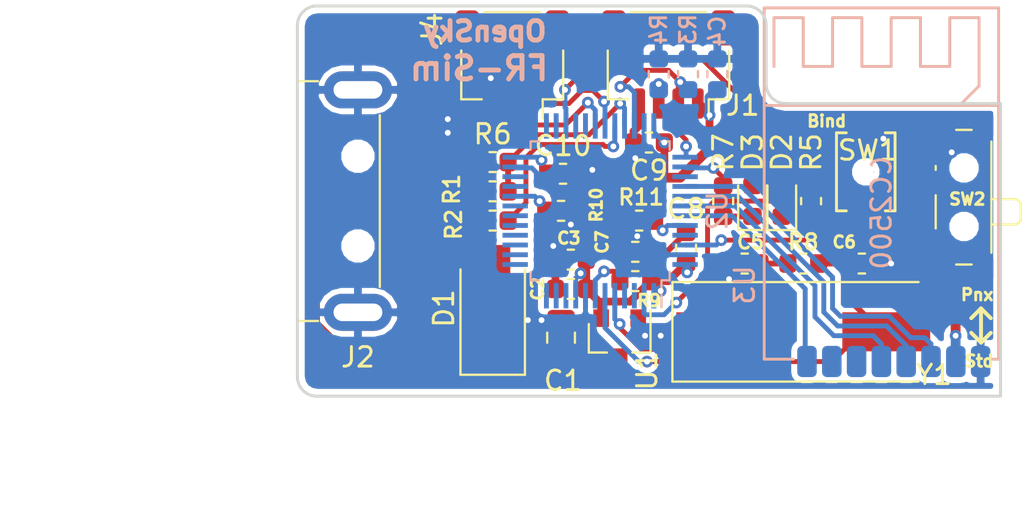
<source format=kicad_pcb>
(kicad_pcb (version 20171130) (host pcbnew "(5.0.2)-1")

  (general
    (thickness 1.6)
    (drawings 22)
    (tracks 312)
    (zones 0)
    (modules 33)
    (nets 28)
  )

  (page A4)
  (layers
    (0 F.Cu signal)
    (31 B.Cu signal)
    (32 B.Adhes user hide)
    (33 F.Adhes user)
    (34 B.Paste user)
    (35 F.Paste user)
    (36 B.SilkS user)
    (37 F.SilkS user)
    (38 B.Mask user)
    (39 F.Mask user hide)
    (40 Dwgs.User user)
    (41 Cmts.User user hide)
    (42 Eco1.User user)
    (43 Eco2.User user)
    (44 Edge.Cuts user)
    (45 Margin user)
    (46 B.CrtYd user)
    (47 F.CrtYd user)
    (48 B.Fab user hide)
    (49 F.Fab user hide)
  )

  (setup
    (last_trace_width 0.25)
    (user_trace_width 0.3)
    (user_trace_width 0.4)
    (user_trace_width 0.5)
    (trace_clearance 0.2)
    (zone_clearance 0.3)
    (zone_45_only no)
    (trace_min 0.2)
    (segment_width 0.2)
    (edge_width 0.15)
    (via_size 0.6)
    (via_drill 0.3)
    (via_min_size 0.4)
    (via_min_drill 0.3)
    (uvia_size 0.3)
    (uvia_drill 0.1)
    (uvias_allowed no)
    (uvia_min_size 0.2)
    (uvia_min_drill 0.1)
    (pcb_text_width 0.25)
    (pcb_text_size 1 1)
    (mod_edge_width 0.15)
    (mod_text_size 1 1)
    (mod_text_width 0.15)
    (pad_size 1.524 1.524)
    (pad_drill 0.762)
    (pad_to_mask_clearance 0.051)
    (solder_mask_min_width 0.25)
    (aux_axis_origin 0 0)
    (visible_elements 7FFDFF7F)
    (pcbplotparams
      (layerselection 0x010f0_ffffffff)
      (usegerberextensions false)
      (usegerberattributes false)
      (usegerberadvancedattributes false)
      (creategerberjobfile false)
      (excludeedgelayer true)
      (linewidth 0.100000)
      (plotframeref false)
      (viasonmask false)
      (mode 1)
      (useauxorigin false)
      (hpglpennumber 1)
      (hpglpenspeed 20)
      (hpglpendiameter 15.000000)
      (psnegative false)
      (psa4output false)
      (plotreference true)
      (plotvalue false)
      (plotinvisibletext false)
      (padsonsilk false)
      (subtractmaskfromsilk false)
      (outputformat 1)
      (mirror false)
      (drillshape 0)
      (scaleselection 1)
      (outputdirectory "gerbers_frsim"))
  )

  (net 0 "")
  (net 1 +5V)
  (net 2 GND)
  (net 3 +3V3)
  (net 4 /RX)
  (net 5 /TX)
  (net 6 /BIND)
  (net 7 /OSCIN)
  (net 8 /OSCOUT)
  (net 9 "Net-(C7-Pad1)")
  (net 10 "Net-(D1-Pad2)")
  (net 11 "Net-(D2-Pad1)")
  (net 12 "Net-(D3-Pad1)")
  (net 13 /SWDIO)
  (net 14 /SWCLK)
  (net 15 "Net-(J2-Pad2)")
  (net 16 "Net-(J2-Pad3)")
  (net 17 /D+)
  (net 18 /D-)
  (net 19 /BOOT1)
  (net 20 "Net-(R11-Pad1)")
  (net 21 /CC_CSN)
  (net 22 /CC_MISO)
  (net 23 /CC_CLK)
  (net 24 /CC_MOSI)
  (net 25 /GREEN)
  (net 26 /RED)
  (net 27 /SEL)

  (net_class Default "This is the default net class."
    (clearance 0.2)
    (trace_width 0.25)
    (via_dia 0.6)
    (via_drill 0.3)
    (uvia_dia 0.3)
    (uvia_drill 0.1)
    (add_net +3V3)
    (add_net +5V)
    (add_net /BIND)
    (add_net /BOOT1)
    (add_net /CC_CLK)
    (add_net /CC_CSN)
    (add_net /CC_MISO)
    (add_net /CC_MOSI)
    (add_net /D+)
    (add_net /D-)
    (add_net /GREEN)
    (add_net /OSCIN)
    (add_net /OSCOUT)
    (add_net /RED)
    (add_net /RX)
    (add_net /SEL)
    (add_net /SWCLK)
    (add_net /SWDIO)
    (add_net /TX)
    (add_net GND)
    (add_net "Net-(C7-Pad1)")
    (add_net "Net-(D1-Pad2)")
    (add_net "Net-(D2-Pad1)")
    (add_net "Net-(D3-Pad1)")
    (add_net "Net-(J2-Pad2)")
    (add_net "Net-(J2-Pad3)")
    (add_net "Net-(R11-Pad1)")
  )

  (module Connector_USB:USB_A_CNCTech_1001-011-01101_Horizontal (layer F.Cu) (tedit 5AFEF547) (tstamp 5FC04078)
    (at 75.2 60 180)
    (descr http://cnctech.us/pdfs/1001-011-01101.pdf)
    (tags USB-A)
    (path /5FD05524)
    (attr smd)
    (fp_text reference J2 (at -6.9 -8 180) (layer F.SilkS)
      (effects (font (size 1 1) (thickness 0.15)))
    )
    (fp_text value USB_B (at 0 8) (layer F.Fab)
      (effects (font (size 1 1) (thickness 0.15)))
    )
    (fp_line (start -7.9 6.025) (end -7.9 -6.025) (layer F.Fab) (width 0.1))
    (fp_line (start -7.9 -6.025) (end 10.9 -6.025) (layer F.Fab) (width 0.1))
    (fp_line (start -7.9 6.025) (end 10.9 6.025) (layer F.Fab) (width 0.1))
    (fp_line (start 10.9 6.025) (end 10.9 -6.025) (layer F.Fab) (width 0.1))
    (fp_line (start -10.4 3.75) (end -10.4 3.25) (layer F.Fab) (width 0.1))
    (fp_line (start -10.4 3.25) (end -7.9 3.25) (layer F.Fab) (width 0.1))
    (fp_line (start -10.4 3.75) (end -7.9 3.75) (layer F.Fab) (width 0.1))
    (fp_line (start -10.4 0.75) (end -7.9 0.75) (layer F.Fab) (width 0.1))
    (fp_line (start -10.4 1.25) (end -10.4 0.75) (layer F.Fab) (width 0.1))
    (fp_line (start -10.4 1.25) (end -7.9 1.25) (layer F.Fab) (width 0.1))
    (fp_line (start -10.4 -0.75) (end -10.4 -1.25) (layer F.Fab) (width 0.1))
    (fp_line (start -10.4 -0.75) (end -7.9 -0.75) (layer F.Fab) (width 0.1))
    (fp_line (start -10.4 -1.25) (end -7.9 -1.25) (layer F.Fab) (width 0.1))
    (fp_line (start -10.4 -3.75) (end -7.9 -3.75) (layer F.Fab) (width 0.1))
    (fp_line (start -10.4 -3.25) (end -10.4 -3.75) (layer F.Fab) (width 0.1))
    (fp_line (start -10.4 -3.25) (end -7.9 -3.25) (layer F.Fab) (width 0.1))
    (fp_circle (center -6.9 -2.3) (end -6.9 -2.8) (layer F.Fab) (width 0.1))
    (fp_circle (center -6.9 2.3) (end -6.9 2.8) (layer F.Fab) (width 0.1))
    (fp_line (start -8.02 -4.4) (end -8.02 4.4) (layer F.SilkS) (width 0.12))
    (fp_line (start -3.8 6.025) (end -3.8 -6.025) (layer Dwgs.User) (width 0.1))
    (fp_text user "PCB Edge" (at -4.55 -0.05 270) (layer Dwgs.User)
      (effects (font (size 0.6 0.6) (thickness 0.09)))
    )
    (fp_line (start -4.85 -6.145) (end -3.8 -6.145) (layer F.SilkS) (width 0.12))
    (fp_line (start -4.85 6.145) (end -3.8 6.145) (layer F.SilkS) (width 0.12))
    (fp_line (start -11.4 4.55) (end -11.4 -4.55) (layer F.CrtYd) (width 0.05))
    (fp_line (start -11.4 -4.55) (end -9.15 -4.55) (layer F.CrtYd) (width 0.05))
    (fp_line (start -9.15 -7.15) (end -9.15 -4.55) (layer F.CrtYd) (width 0.05))
    (fp_line (start -9.15 -7.15) (end -4.65 -7.15) (layer F.CrtYd) (width 0.05))
    (fp_line (start -4.65 -6.52) (end -4.65 -7.15) (layer F.CrtYd) (width 0.05))
    (fp_line (start -4.65 -6.52) (end 11.4 -6.52) (layer F.CrtYd) (width 0.05))
    (fp_line (start 11.4 6.52) (end 11.4 -6.52) (layer F.CrtYd) (width 0.05))
    (fp_text user %R (at -6 0 270) (layer F.Fab)
      (effects (font (size 1 1) (thickness 0.15)))
    )
    (fp_line (start -4.65 6.52) (end 11.4 6.52) (layer F.CrtYd) (width 0.05))
    (fp_line (start -4.65 7.15) (end -4.65 6.52) (layer F.CrtYd) (width 0.05))
    (fp_line (start -9.15 7.15) (end -4.65 7.15) (layer F.CrtYd) (width 0.05))
    (fp_line (start -9.15 4.55) (end -9.15 7.15) (layer F.CrtYd) (width 0.05))
    (fp_line (start -11.4 4.55) (end -9.15 4.55) (layer F.CrtYd) (width 0.05))
    (pad 2 smd rect (at -9.65 -1 180) (size 2.5 1.1) (layers F.Cu F.Paste F.Mask)
      (net 15 "Net-(J2-Pad2)"))
    (pad 3 smd rect (at -9.65 1 180) (size 2.5 1.1) (layers F.Cu F.Paste F.Mask)
      (net 16 "Net-(J2-Pad3)"))
    (pad 1 smd rect (at -9.65 -3.5 180) (size 2.5 1.1) (layers F.Cu F.Paste F.Mask)
      (net 10 "Net-(D1-Pad2)"))
    (pad 4 smd rect (at -9.65 3.5 180) (size 2.5 1.1) (layers F.Cu F.Paste F.Mask)
      (net 2 GND))
    (pad 5 thru_hole oval (at -6.9 -5.7 180) (size 3.5 1.9) (drill oval 2.5 0.9) (layers *.Cu *.Mask)
      (net 2 GND))
    (pad 5 thru_hole oval (at -6.9 5.7 180) (size 3.5 1.9) (drill oval 2.5 0.9) (layers *.Cu *.Mask)
      (net 2 GND))
    (pad "" np_thru_hole circle (at -6.9 -2.3 180) (size 1.1 1.1) (drill 1.1) (layers *.Cu *.Mask))
    (pad "" np_thru_hole circle (at -6.9 2.3 180) (size 1.1 1.1) (drill 1.1) (layers *.Cu *.Mask))
    (model ${KISYS3DMOD}/Connector_USB.3dshapes/USB_A_CNCTech_1001-011-01101_Horizontal.wrl
      (at (xyz 0 0 0))
      (scale (xyz 1 1 1))
      (rotate (xyz 0 0 0))
    )
  )

  (module Capacitor_SMD:C_0805_2012Metric (layer F.Cu) (tedit 5B36C52B) (tstamp 5FC03F56)
    (at 92.5 67 90)
    (descr "Capacitor SMD 0805 (2012 Metric), square (rectangular) end terminal, IPC_7351 nominal, (Body size source: https://docs.google.com/spreadsheets/d/1BsfQQcO9C6DZCsRaXUlFlo91Tg2WpOkGARC1WS5S8t0/edit?usp=sharing), generated with kicad-footprint-generator")
    (tags capacitor)
    (path /5FA8477E)
    (attr smd)
    (fp_text reference C1 (at -2.2 0.1 180) (layer F.SilkS)
      (effects (font (size 1 1) (thickness 0.15)))
    )
    (fp_text value 4u7_0805_16V (at 0 1.65 90) (layer F.Fab)
      (effects (font (size 1 1) (thickness 0.15)))
    )
    (fp_text user %R (at 0 0 90) (layer F.Fab)
      (effects (font (size 0.5 0.5) (thickness 0.08)))
    )
    (fp_line (start 1.68 0.95) (end -1.68 0.95) (layer F.CrtYd) (width 0.05))
    (fp_line (start 1.68 -0.95) (end 1.68 0.95) (layer F.CrtYd) (width 0.05))
    (fp_line (start -1.68 -0.95) (end 1.68 -0.95) (layer F.CrtYd) (width 0.05))
    (fp_line (start -1.68 0.95) (end -1.68 -0.95) (layer F.CrtYd) (width 0.05))
    (fp_line (start -0.258578 0.71) (end 0.258578 0.71) (layer F.SilkS) (width 0.12))
    (fp_line (start -0.258578 -0.71) (end 0.258578 -0.71) (layer F.SilkS) (width 0.12))
    (fp_line (start 1 0.6) (end -1 0.6) (layer F.Fab) (width 0.1))
    (fp_line (start 1 -0.6) (end 1 0.6) (layer F.Fab) (width 0.1))
    (fp_line (start -1 -0.6) (end 1 -0.6) (layer F.Fab) (width 0.1))
    (fp_line (start -1 0.6) (end -1 -0.6) (layer F.Fab) (width 0.1))
    (pad 2 smd roundrect (at 0.9375 0 90) (size 0.975 1.4) (layers F.Cu F.Paste F.Mask) (roundrect_rratio 0.25)
      (net 2 GND))
    (pad 1 smd roundrect (at -0.9375 0 90) (size 0.975 1.4) (layers F.Cu F.Paste F.Mask) (roundrect_rratio 0.25)
      (net 1 +5V))
    (model ${KISYS3DMOD}/Capacitor_SMD.3dshapes/C_0805_2012Metric.wrl
      (at (xyz 0 0 0))
      (scale (xyz 1 1 1))
      (rotate (xyz 0 0 0))
    )
  )

  (module Capacitor_SMD:C_0603_1608Metric (layer F.Cu) (tedit 5FB39234) (tstamp 5FC03F67)
    (at 93 64.5 180)
    (descr "Capacitor SMD 0603 (1608 Metric), square (rectangular) end terminal, IPC_7351 nominal, (Body size source: http://www.tortai-tech.com/upload/download/2011102023233369053.pdf), generated with kicad-footprint-generator")
    (tags capacitor)
    (path /5FA8226C)
    (attr smd)
    (fp_text reference C2 (at 1.7 0 270) (layer F.SilkS)
      (effects (font (size 0.6 0.6) (thickness 0.15)))
    )
    (fp_text value 22u_0603 (at 0 1.43 180) (layer F.Fab)
      (effects (font (size 1 1) (thickness 0.15)))
    )
    (fp_line (start -0.8 0.4) (end -0.8 -0.4) (layer F.Fab) (width 0.1))
    (fp_line (start -0.8 -0.4) (end 0.8 -0.4) (layer F.Fab) (width 0.1))
    (fp_line (start 0.8 -0.4) (end 0.8 0.4) (layer F.Fab) (width 0.1))
    (fp_line (start 0.8 0.4) (end -0.8 0.4) (layer F.Fab) (width 0.1))
    (fp_line (start -0.162779 -0.51) (end 0.162779 -0.51) (layer F.SilkS) (width 0.12))
    (fp_line (start -0.162779 0.51) (end 0.162779 0.51) (layer F.SilkS) (width 0.12))
    (fp_line (start -1.48 0.73) (end -1.48 -0.73) (layer F.CrtYd) (width 0.05))
    (fp_line (start -1.48 -0.73) (end 1.48 -0.73) (layer F.CrtYd) (width 0.05))
    (fp_line (start 1.48 -0.73) (end 1.48 0.73) (layer F.CrtYd) (width 0.05))
    (fp_line (start 1.48 0.73) (end -1.48 0.73) (layer F.CrtYd) (width 0.05))
    (fp_text user %R (at 0 0 180) (layer F.Fab)
      (effects (font (size 0.4 0.4) (thickness 0.06)))
    )
    (pad 1 smd roundrect (at -0.7875 0 180) (size 0.875 0.95) (layers F.Cu F.Paste F.Mask) (roundrect_rratio 0.25)
      (net 3 +3V3))
    (pad 2 smd roundrect (at 0.7875 0 180) (size 0.875 0.95) (layers F.Cu F.Paste F.Mask) (roundrect_rratio 0.25)
      (net 2 GND))
    (model ${KISYS3DMOD}/Capacitor_SMD.3dshapes/C_0603_1608Metric.wrl
      (at (xyz 0 0 0))
      (scale (xyz 1 1 1))
      (rotate (xyz 0 0 0))
    )
  )

  (module Capacitor_SMD:C_0603_1608Metric (layer F.Cu) (tedit 5FB390DD) (tstamp 5FC03F78)
    (at 93 63 180)
    (descr "Capacitor SMD 0603 (1608 Metric), square (rectangular) end terminal, IPC_7351 nominal, (Body size source: http://www.tortai-tech.com/upload/download/2011102023233369053.pdf), generated with kicad-footprint-generator")
    (tags capacitor)
    (path /5FA82350)
    (attr smd)
    (fp_text reference C3 (at 0.1 1.1 180) (layer F.SilkS)
      (effects (font (size 0.6 0.6) (thickness 0.15)))
    )
    (fp_text value 100n_0603 (at 0 1.43 180) (layer F.Fab)
      (effects (font (size 1 1) (thickness 0.15)))
    )
    (fp_text user %R (at 0 0 180) (layer F.Fab)
      (effects (font (size 0.4 0.4) (thickness 0.06)))
    )
    (fp_line (start 1.48 0.73) (end -1.48 0.73) (layer F.CrtYd) (width 0.05))
    (fp_line (start 1.48 -0.73) (end 1.48 0.73) (layer F.CrtYd) (width 0.05))
    (fp_line (start -1.48 -0.73) (end 1.48 -0.73) (layer F.CrtYd) (width 0.05))
    (fp_line (start -1.48 0.73) (end -1.48 -0.73) (layer F.CrtYd) (width 0.05))
    (fp_line (start -0.162779 0.51) (end 0.162779 0.51) (layer F.SilkS) (width 0.12))
    (fp_line (start -0.162779 -0.51) (end 0.162779 -0.51) (layer F.SilkS) (width 0.12))
    (fp_line (start 0.8 0.4) (end -0.8 0.4) (layer F.Fab) (width 0.1))
    (fp_line (start 0.8 -0.4) (end 0.8 0.4) (layer F.Fab) (width 0.1))
    (fp_line (start -0.8 -0.4) (end 0.8 -0.4) (layer F.Fab) (width 0.1))
    (fp_line (start -0.8 0.4) (end -0.8 -0.4) (layer F.Fab) (width 0.1))
    (pad 2 smd roundrect (at 0.7875 0 180) (size 0.875 0.95) (layers F.Cu F.Paste F.Mask) (roundrect_rratio 0.25)
      (net 2 GND))
    (pad 1 smd roundrect (at -0.7875 0 180) (size 0.875 0.95) (layers F.Cu F.Paste F.Mask) (roundrect_rratio 0.25)
      (net 3 +3V3))
    (model ${KISYS3DMOD}/Capacitor_SMD.3dshapes/C_0603_1608Metric.wrl
      (at (xyz 0 0 0))
      (scale (xyz 1 1 1))
      (rotate (xyz 0 0 0))
    )
  )

  (module Capacitor_SMD:C_0603_1608Metric (layer B.Cu) (tedit 5FB392DD) (tstamp 5FC03F89)
    (at 100.5 53.5 90)
    (descr "Capacitor SMD 0603 (1608 Metric), square (rectangular) end terminal, IPC_7351 nominal, (Body size source: http://www.tortai-tech.com/upload/download/2011102023233369053.pdf), generated with kicad-footprint-generator")
    (tags capacitor)
    (path /5FDB37D4)
    (attr smd)
    (fp_text reference C4 (at 2.2 0 90) (layer B.SilkS)
      (effects (font (size 0.8 0.8) (thickness 0.15)) (justify mirror))
    )
    (fp_text value 100n_0603 (at 0 -1.43 90) (layer B.Fab)
      (effects (font (size 1 1) (thickness 0.15)) (justify mirror))
    )
    (fp_text user %R (at 0 0 90) (layer B.Fab)
      (effects (font (size 0.4 0.4) (thickness 0.06)) (justify mirror))
    )
    (fp_line (start 1.48 -0.73) (end -1.48 -0.73) (layer B.CrtYd) (width 0.05))
    (fp_line (start 1.48 0.73) (end 1.48 -0.73) (layer B.CrtYd) (width 0.05))
    (fp_line (start -1.48 0.73) (end 1.48 0.73) (layer B.CrtYd) (width 0.05))
    (fp_line (start -1.48 -0.73) (end -1.48 0.73) (layer B.CrtYd) (width 0.05))
    (fp_line (start -0.162779 -0.51) (end 0.162779 -0.51) (layer B.SilkS) (width 0.12))
    (fp_line (start -0.162779 0.51) (end 0.162779 0.51) (layer B.SilkS) (width 0.12))
    (fp_line (start 0.8 -0.4) (end -0.8 -0.4) (layer B.Fab) (width 0.1))
    (fp_line (start 0.8 0.4) (end 0.8 -0.4) (layer B.Fab) (width 0.1))
    (fp_line (start -0.8 0.4) (end 0.8 0.4) (layer B.Fab) (width 0.1))
    (fp_line (start -0.8 -0.4) (end -0.8 0.4) (layer B.Fab) (width 0.1))
    (pad 2 smd roundrect (at 0.7875 0 90) (size 0.875 0.95) (layers B.Cu B.Paste B.Mask) (roundrect_rratio 0.25)
      (net 2 GND))
    (pad 1 smd roundrect (at -0.7875 0 90) (size 0.875 0.95) (layers B.Cu B.Paste B.Mask) (roundrect_rratio 0.25)
      (net 3 +3V3))
    (model ${KISYS3DMOD}/Capacitor_SMD.3dshapes/C_0603_1608Metric.wrl
      (at (xyz 0 0 0))
      (scale (xyz 1 1 1))
      (rotate (xyz 0 0 0))
    )
  )

  (module Capacitor_SMD:C_0603_1608Metric (layer F.Cu) (tedit 5FB391B2) (tstamp 5FC03F9A)
    (at 101.9 63.2 180)
    (descr "Capacitor SMD 0603 (1608 Metric), square (rectangular) end terminal, IPC_7351 nominal, (Body size source: http://www.tortai-tech.com/upload/download/2011102023233369053.pdf), generated with kicad-footprint-generator")
    (tags capacitor)
    (path /5FC08395)
    (attr smd)
    (fp_text reference C5 (at -0.3 1.1 180) (layer F.SilkS)
      (effects (font (size 0.7 0.7) (thickness 0.15)))
    )
    (fp_text value 20p_0603 (at 0 1.43 180) (layer F.Fab)
      (effects (font (size 1 1) (thickness 0.15)))
    )
    (fp_text user %R (at 0 0 180) (layer F.Fab)
      (effects (font (size 0.4 0.4) (thickness 0.06)))
    )
    (fp_line (start 1.48 0.73) (end -1.48 0.73) (layer F.CrtYd) (width 0.05))
    (fp_line (start 1.48 -0.73) (end 1.48 0.73) (layer F.CrtYd) (width 0.05))
    (fp_line (start -1.48 -0.73) (end 1.48 -0.73) (layer F.CrtYd) (width 0.05))
    (fp_line (start -1.48 0.73) (end -1.48 -0.73) (layer F.CrtYd) (width 0.05))
    (fp_line (start -0.162779 0.51) (end 0.162779 0.51) (layer F.SilkS) (width 0.12))
    (fp_line (start -0.162779 -0.51) (end 0.162779 -0.51) (layer F.SilkS) (width 0.12))
    (fp_line (start 0.8 0.4) (end -0.8 0.4) (layer F.Fab) (width 0.1))
    (fp_line (start 0.8 -0.4) (end 0.8 0.4) (layer F.Fab) (width 0.1))
    (fp_line (start -0.8 -0.4) (end 0.8 -0.4) (layer F.Fab) (width 0.1))
    (fp_line (start -0.8 0.4) (end -0.8 -0.4) (layer F.Fab) (width 0.1))
    (pad 2 smd roundrect (at 0.7875 0 180) (size 0.875 0.95) (layers F.Cu F.Paste F.Mask) (roundrect_rratio 0.25)
      (net 2 GND))
    (pad 1 smd roundrect (at -0.7875 0 180) (size 0.875 0.95) (layers F.Cu F.Paste F.Mask) (roundrect_rratio 0.25)
      (net 7 /OSCIN))
    (model ${KISYS3DMOD}/Capacitor_SMD.3dshapes/C_0603_1608Metric.wrl
      (at (xyz 0 0 0))
      (scale (xyz 1 1 1))
      (rotate (xyz 0 0 0))
    )
  )

  (module Capacitor_SMD:C_0603_1608Metric (layer F.Cu) (tedit 5FB399E9) (tstamp 5FC03FAB)
    (at 107.9 63.2)
    (descr "Capacitor SMD 0603 (1608 Metric), square (rectangular) end terminal, IPC_7351 nominal, (Body size source: http://www.tortai-tech.com/upload/download/2011102023233369053.pdf), generated with kicad-footprint-generator")
    (tags capacitor)
    (path /5FC0845A)
    (attr smd)
    (fp_text reference C6 (at -0.9 -1.1) (layer F.SilkS)
      (effects (font (size 0.6 0.6) (thickness 0.15)))
    )
    (fp_text value 20p_0603 (at 0 1.43) (layer F.Fab)
      (effects (font (size 1 1) (thickness 0.15)))
    )
    (fp_line (start -0.8 0.4) (end -0.8 -0.4) (layer F.Fab) (width 0.1))
    (fp_line (start -0.8 -0.4) (end 0.8 -0.4) (layer F.Fab) (width 0.1))
    (fp_line (start 0.8 -0.4) (end 0.8 0.4) (layer F.Fab) (width 0.1))
    (fp_line (start 0.8 0.4) (end -0.8 0.4) (layer F.Fab) (width 0.1))
    (fp_line (start -0.162779 -0.51) (end 0.162779 -0.51) (layer F.SilkS) (width 0.12))
    (fp_line (start -0.162779 0.51) (end 0.162779 0.51) (layer F.SilkS) (width 0.12))
    (fp_line (start -1.48 0.73) (end -1.48 -0.73) (layer F.CrtYd) (width 0.05))
    (fp_line (start -1.48 -0.73) (end 1.48 -0.73) (layer F.CrtYd) (width 0.05))
    (fp_line (start 1.48 -0.73) (end 1.48 0.73) (layer F.CrtYd) (width 0.05))
    (fp_line (start 1.48 0.73) (end -1.48 0.73) (layer F.CrtYd) (width 0.05))
    (fp_text user %R (at 0 0) (layer F.Fab)
      (effects (font (size 0.4 0.4) (thickness 0.06)))
    )
    (pad 1 smd roundrect (at -0.7875 0) (size 0.875 0.95) (layers F.Cu F.Paste F.Mask) (roundrect_rratio 0.25)
      (net 8 /OSCOUT))
    (pad 2 smd roundrect (at 0.7875 0) (size 0.875 0.95) (layers F.Cu F.Paste F.Mask) (roundrect_rratio 0.25)
      (net 2 GND))
    (model ${KISYS3DMOD}/Capacitor_SMD.3dshapes/C_0603_1608Metric.wrl
      (at (xyz 0 0 0))
      (scale (xyz 1 1 1))
      (rotate (xyz 0 0 0))
    )
  )

  (module Capacitor_SMD:C_0603_1608Metric (layer F.Cu) (tedit 5B301BBE) (tstamp 5FC03FCD)
    (at 98.9 62.4 90)
    (descr "Capacitor SMD 0603 (1608 Metric), square (rectangular) end terminal, IPC_7351 nominal, (Body size source: http://www.tortai-tech.com/upload/download/2011102023233369053.pdf), generated with kicad-footprint-generator")
    (tags capacitor)
    (path /5FCA77BA)
    (attr smd)
    (fp_text reference C8 (at 2 0 180) (layer F.SilkS)
      (effects (font (size 1 1) (thickness 0.15)))
    )
    (fp_text value 100n_0603 (at 0 1.43 90) (layer F.Fab)
      (effects (font (size 1 1) (thickness 0.15)))
    )
    (fp_text user %R (at 0 0 90) (layer F.Fab)
      (effects (font (size 0.4 0.4) (thickness 0.06)))
    )
    (fp_line (start 1.48 0.73) (end -1.48 0.73) (layer F.CrtYd) (width 0.05))
    (fp_line (start 1.48 -0.73) (end 1.48 0.73) (layer F.CrtYd) (width 0.05))
    (fp_line (start -1.48 -0.73) (end 1.48 -0.73) (layer F.CrtYd) (width 0.05))
    (fp_line (start -1.48 0.73) (end -1.48 -0.73) (layer F.CrtYd) (width 0.05))
    (fp_line (start -0.162779 0.51) (end 0.162779 0.51) (layer F.SilkS) (width 0.12))
    (fp_line (start -0.162779 -0.51) (end 0.162779 -0.51) (layer F.SilkS) (width 0.12))
    (fp_line (start 0.8 0.4) (end -0.8 0.4) (layer F.Fab) (width 0.1))
    (fp_line (start 0.8 -0.4) (end 0.8 0.4) (layer F.Fab) (width 0.1))
    (fp_line (start -0.8 -0.4) (end 0.8 -0.4) (layer F.Fab) (width 0.1))
    (fp_line (start -0.8 0.4) (end -0.8 -0.4) (layer F.Fab) (width 0.1))
    (pad 2 smd roundrect (at 0.7875 0 90) (size 0.875 0.95) (layers F.Cu F.Paste F.Mask) (roundrect_rratio 0.25)
      (net 2 GND))
    (pad 1 smd roundrect (at -0.7875 0 90) (size 0.875 0.95) (layers F.Cu F.Paste F.Mask) (roundrect_rratio 0.25)
      (net 3 +3V3))
    (model ${KISYS3DMOD}/Capacitor_SMD.3dshapes/C_0603_1608Metric.wrl
      (at (xyz 0 0 0))
      (scale (xyz 1 1 1))
      (rotate (xyz 0 0 0))
    )
  )

  (module Capacitor_SMD:C_0603_1608Metric (layer F.Cu) (tedit 5B301BBE) (tstamp 5FC03FDE)
    (at 97 57 180)
    (descr "Capacitor SMD 0603 (1608 Metric), square (rectangular) end terminal, IPC_7351 nominal, (Body size source: http://www.tortai-tech.com/upload/download/2011102023233369053.pdf), generated with kicad-footprint-generator")
    (tags capacitor)
    (path /5FB898D8)
    (attr smd)
    (fp_text reference C9 (at 0 -1.43 180) (layer F.SilkS)
      (effects (font (size 1 1) (thickness 0.15)))
    )
    (fp_text value 100n_0603 (at 0 1.43 180) (layer F.Fab)
      (effects (font (size 1 1) (thickness 0.15)))
    )
    (fp_line (start -0.8 0.4) (end -0.8 -0.4) (layer F.Fab) (width 0.1))
    (fp_line (start -0.8 -0.4) (end 0.8 -0.4) (layer F.Fab) (width 0.1))
    (fp_line (start 0.8 -0.4) (end 0.8 0.4) (layer F.Fab) (width 0.1))
    (fp_line (start 0.8 0.4) (end -0.8 0.4) (layer F.Fab) (width 0.1))
    (fp_line (start -0.162779 -0.51) (end 0.162779 -0.51) (layer F.SilkS) (width 0.12))
    (fp_line (start -0.162779 0.51) (end 0.162779 0.51) (layer F.SilkS) (width 0.12))
    (fp_line (start -1.48 0.73) (end -1.48 -0.73) (layer F.CrtYd) (width 0.05))
    (fp_line (start -1.48 -0.73) (end 1.48 -0.73) (layer F.CrtYd) (width 0.05))
    (fp_line (start 1.48 -0.73) (end 1.48 0.73) (layer F.CrtYd) (width 0.05))
    (fp_line (start 1.48 0.73) (end -1.48 0.73) (layer F.CrtYd) (width 0.05))
    (fp_text user %R (at 0 0 180) (layer F.Fab)
      (effects (font (size 0.4 0.4) (thickness 0.06)))
    )
    (pad 1 smd roundrect (at -0.7875 0 180) (size 0.875 0.95) (layers F.Cu F.Paste F.Mask) (roundrect_rratio 0.25)
      (net 3 +3V3))
    (pad 2 smd roundrect (at 0.7875 0 180) (size 0.875 0.95) (layers F.Cu F.Paste F.Mask) (roundrect_rratio 0.25)
      (net 2 GND))
    (model ${KISYS3DMOD}/Capacitor_SMD.3dshapes/C_0603_1608Metric.wrl
      (at (xyz 0 0 0))
      (scale (xyz 1 1 1))
      (rotate (xyz 0 0 0))
    )
  )

  (module Capacitor_SMD:C_0603_1608Metric (layer F.Cu) (tedit 5B301BBE) (tstamp 5FC03FEF)
    (at 92.6 58.6)
    (descr "Capacitor SMD 0603 (1608 Metric), square (rectangular) end terminal, IPC_7351 nominal, (Body size source: http://www.tortai-tech.com/upload/download/2011102023233369053.pdf), generated with kicad-footprint-generator")
    (tags capacitor)
    (path /5FC8E6AD)
    (attr smd)
    (fp_text reference C10 (at 0 -1.43) (layer F.SilkS)
      (effects (font (size 1 1) (thickness 0.15)))
    )
    (fp_text value 100n_0603 (at 0 1.43) (layer F.Fab)
      (effects (font (size 1 1) (thickness 0.15)))
    )
    (fp_line (start -0.8 0.4) (end -0.8 -0.4) (layer F.Fab) (width 0.1))
    (fp_line (start -0.8 -0.4) (end 0.8 -0.4) (layer F.Fab) (width 0.1))
    (fp_line (start 0.8 -0.4) (end 0.8 0.4) (layer F.Fab) (width 0.1))
    (fp_line (start 0.8 0.4) (end -0.8 0.4) (layer F.Fab) (width 0.1))
    (fp_line (start -0.162779 -0.51) (end 0.162779 -0.51) (layer F.SilkS) (width 0.12))
    (fp_line (start -0.162779 0.51) (end 0.162779 0.51) (layer F.SilkS) (width 0.12))
    (fp_line (start -1.48 0.73) (end -1.48 -0.73) (layer F.CrtYd) (width 0.05))
    (fp_line (start -1.48 -0.73) (end 1.48 -0.73) (layer F.CrtYd) (width 0.05))
    (fp_line (start 1.48 -0.73) (end 1.48 0.73) (layer F.CrtYd) (width 0.05))
    (fp_line (start 1.48 0.73) (end -1.48 0.73) (layer F.CrtYd) (width 0.05))
    (fp_text user %R (at 0 0) (layer F.Fab)
      (effects (font (size 0.4 0.4) (thickness 0.06)))
    )
    (pad 1 smd roundrect (at -0.7875 0) (size 0.875 0.95) (layers F.Cu F.Paste F.Mask) (roundrect_rratio 0.25)
      (net 3 +3V3))
    (pad 2 smd roundrect (at 0.7875 0) (size 0.875 0.95) (layers F.Cu F.Paste F.Mask) (roundrect_rratio 0.25)
      (net 2 GND))
    (model ${KISYS3DMOD}/Capacitor_SMD.3dshapes/C_0603_1608Metric.wrl
      (at (xyz 0 0 0))
      (scale (xyz 1 1 1))
      (rotate (xyz 0 0 0))
    )
  )

  (module Diode_SMD:D_SMA (layer F.Cu) (tedit 586432E5) (tstamp 5FB379F3)
    (at 89 65.5 90)
    (descr "Diode SMA (DO-214AC)")
    (tags "Diode SMA (DO-214AC)")
    (path /5FD3637A)
    (attr smd)
    (fp_text reference D1 (at 0 -2.5 90) (layer F.SilkS)
      (effects (font (size 1 1) (thickness 0.15)))
    )
    (fp_text value SS110-A (at 0 2.6 90) (layer F.Fab)
      (effects (font (size 1 1) (thickness 0.15)))
    )
    (fp_text user %R (at 0 -2.5 90) (layer F.Fab)
      (effects (font (size 1 1) (thickness 0.15)))
    )
    (fp_line (start -3.4 -1.65) (end -3.4 1.65) (layer F.SilkS) (width 0.12))
    (fp_line (start 2.3 1.5) (end -2.3 1.5) (layer F.Fab) (width 0.1))
    (fp_line (start -2.3 1.5) (end -2.3 -1.5) (layer F.Fab) (width 0.1))
    (fp_line (start 2.3 -1.5) (end 2.3 1.5) (layer F.Fab) (width 0.1))
    (fp_line (start 2.3 -1.5) (end -2.3 -1.5) (layer F.Fab) (width 0.1))
    (fp_line (start -3.5 -1.75) (end 3.5 -1.75) (layer F.CrtYd) (width 0.05))
    (fp_line (start 3.5 -1.75) (end 3.5 1.75) (layer F.CrtYd) (width 0.05))
    (fp_line (start 3.5 1.75) (end -3.5 1.75) (layer F.CrtYd) (width 0.05))
    (fp_line (start -3.5 1.75) (end -3.5 -1.75) (layer F.CrtYd) (width 0.05))
    (fp_line (start -0.64944 0.00102) (end -1.55114 0.00102) (layer F.Fab) (width 0.1))
    (fp_line (start 0.50118 0.00102) (end 1.4994 0.00102) (layer F.Fab) (width 0.1))
    (fp_line (start -0.64944 -0.79908) (end -0.64944 0.80112) (layer F.Fab) (width 0.1))
    (fp_line (start 0.50118 0.75032) (end 0.50118 -0.79908) (layer F.Fab) (width 0.1))
    (fp_line (start -0.64944 0.00102) (end 0.50118 0.75032) (layer F.Fab) (width 0.1))
    (fp_line (start -0.64944 0.00102) (end 0.50118 -0.79908) (layer F.Fab) (width 0.1))
    (fp_line (start -3.4 1.65) (end 2 1.65) (layer F.SilkS) (width 0.12))
    (fp_line (start -3.4 -1.65) (end 2 -1.65) (layer F.SilkS) (width 0.12))
    (pad 1 smd rect (at -2 0 90) (size 2.5 1.8) (layers F.Cu F.Paste F.Mask)
      (net 1 +5V))
    (pad 2 smd rect (at 2 0 90) (size 2.5 1.8) (layers F.Cu F.Paste F.Mask)
      (net 10 "Net-(D1-Pad2)"))
    (model ${KISYS3DMOD}/Diode_SMD.3dshapes/D_SMA.wrl
      (at (xyz 0 0 0))
      (scale (xyz 1 1 1))
      (rotate (xyz 0 0 0))
    )
  )

  (module LED_SMD:LED_0603_1608Metric (layer F.Cu) (tedit 5B301BBE) (tstamp 5FC0401A)
    (at 103.8 60 90)
    (descr "LED SMD 0603 (1608 Metric), square (rectangular) end terminal, IPC_7351 nominal, (Body size source: http://www.tortai-tech.com/upload/download/2011102023233369053.pdf), generated with kicad-footprint-generator")
    (tags diode)
    (path /5FAE19BE)
    (attr smd)
    (fp_text reference D2 (at 2.5 0 90) (layer F.SilkS)
      (effects (font (size 1 1) (thickness 0.15)))
    )
    (fp_text value GREEN (at 0 1.43 90) (layer F.Fab)
      (effects (font (size 1 1) (thickness 0.15)))
    )
    (fp_line (start 0.8 -0.4) (end -0.5 -0.4) (layer F.Fab) (width 0.1))
    (fp_line (start -0.5 -0.4) (end -0.8 -0.1) (layer F.Fab) (width 0.1))
    (fp_line (start -0.8 -0.1) (end -0.8 0.4) (layer F.Fab) (width 0.1))
    (fp_line (start -0.8 0.4) (end 0.8 0.4) (layer F.Fab) (width 0.1))
    (fp_line (start 0.8 0.4) (end 0.8 -0.4) (layer F.Fab) (width 0.1))
    (fp_line (start 0.8 -0.735) (end -1.485 -0.735) (layer F.SilkS) (width 0.12))
    (fp_line (start -1.485 -0.735) (end -1.485 0.735) (layer F.SilkS) (width 0.12))
    (fp_line (start -1.485 0.735) (end 0.8 0.735) (layer F.SilkS) (width 0.12))
    (fp_line (start -1.48 0.73) (end -1.48 -0.73) (layer F.CrtYd) (width 0.05))
    (fp_line (start -1.48 -0.73) (end 1.48 -0.73) (layer F.CrtYd) (width 0.05))
    (fp_line (start 1.48 -0.73) (end 1.48 0.73) (layer F.CrtYd) (width 0.05))
    (fp_line (start 1.48 0.73) (end -1.48 0.73) (layer F.CrtYd) (width 0.05))
    (fp_text user %R (at 0 0 90) (layer F.Fab)
      (effects (font (size 0.4 0.4) (thickness 0.06)))
    )
    (pad 1 smd roundrect (at -0.7875 0 90) (size 0.875 0.95) (layers F.Cu F.Paste F.Mask) (roundrect_rratio 0.25)
      (net 11 "Net-(D2-Pad1)"))
    (pad 2 smd roundrect (at 0.7875 0 90) (size 0.875 0.95) (layers F.Cu F.Paste F.Mask) (roundrect_rratio 0.25)
      (net 3 +3V3))
    (model ${KISYS3DMOD}/LED_SMD.3dshapes/LED_0603_1608Metric.wrl
      (at (xyz 0 0 0))
      (scale (xyz 1 1 1))
      (rotate (xyz 0 0 0))
    )
  )

  (module LED_SMD:LED_0603_1608Metric (layer F.Cu) (tedit 5B301BBE) (tstamp 5FC0402D)
    (at 102.3 60 90)
    (descr "LED SMD 0603 (1608 Metric), square (rectangular) end terminal, IPC_7351 nominal, (Body size source: http://www.tortai-tech.com/upload/download/2011102023233369053.pdf), generated with kicad-footprint-generator")
    (tags diode)
    (path /5FAE42CA)
    (attr smd)
    (fp_text reference D3 (at 2.5 0 90) (layer F.SilkS)
      (effects (font (size 1 1) (thickness 0.15)))
    )
    (fp_text value RED (at 0 1.43 90) (layer F.Fab)
      (effects (font (size 1 1) (thickness 0.15)))
    )
    (fp_text user %R (at 0 0 90) (layer F.Fab)
      (effects (font (size 0.4 0.4) (thickness 0.06)))
    )
    (fp_line (start 1.48 0.73) (end -1.48 0.73) (layer F.CrtYd) (width 0.05))
    (fp_line (start 1.48 -0.73) (end 1.48 0.73) (layer F.CrtYd) (width 0.05))
    (fp_line (start -1.48 -0.73) (end 1.48 -0.73) (layer F.CrtYd) (width 0.05))
    (fp_line (start -1.48 0.73) (end -1.48 -0.73) (layer F.CrtYd) (width 0.05))
    (fp_line (start -1.485 0.735) (end 0.8 0.735) (layer F.SilkS) (width 0.12))
    (fp_line (start -1.485 -0.735) (end -1.485 0.735) (layer F.SilkS) (width 0.12))
    (fp_line (start 0.8 -0.735) (end -1.485 -0.735) (layer F.SilkS) (width 0.12))
    (fp_line (start 0.8 0.4) (end 0.8 -0.4) (layer F.Fab) (width 0.1))
    (fp_line (start -0.8 0.4) (end 0.8 0.4) (layer F.Fab) (width 0.1))
    (fp_line (start -0.8 -0.1) (end -0.8 0.4) (layer F.Fab) (width 0.1))
    (fp_line (start -0.5 -0.4) (end -0.8 -0.1) (layer F.Fab) (width 0.1))
    (fp_line (start 0.8 -0.4) (end -0.5 -0.4) (layer F.Fab) (width 0.1))
    (pad 2 smd roundrect (at 0.7875 0 90) (size 0.875 0.95) (layers F.Cu F.Paste F.Mask) (roundrect_rratio 0.25)
      (net 3 +3V3))
    (pad 1 smd roundrect (at -0.7875 0 90) (size 0.875 0.95) (layers F.Cu F.Paste F.Mask) (roundrect_rratio 0.25)
      (net 12 "Net-(D3-Pad1)"))
    (model ${KISYS3DMOD}/LED_SMD.3dshapes/LED_0603_1608Metric.wrl
      (at (xyz 0 0 0))
      (scale (xyz 1 1 1))
      (rotate (xyz 0 0 0))
    )
  )

  (module Connector_JST:JST_SH_SM04B-SRSS-TB_1x04-1MP_P1.00mm_Horizontal (layer F.Cu) (tedit 5B78AD87) (tstamp 5FC04048)
    (at 98 53 180)
    (descr "JST SH series connector, SM04B-SRSS-TB (http://www.jst-mfg.com/product/pdf/eng/eSH.pdf), generated with kicad-footprint-generator")
    (tags "connector JST SH top entry")
    (path /5FD72A1C)
    (attr smd)
    (fp_text reference J1 (at -3.8 -2.1 180) (layer F.SilkS)
      (effects (font (size 1 1) (thickness 0.15)))
    )
    (fp_text value Jst1.0x4 (at 0 3.98 180) (layer F.Fab)
      (effects (font (size 1 1) (thickness 0.15)))
    )
    (fp_line (start -3 -1.675) (end 3 -1.675) (layer F.Fab) (width 0.1))
    (fp_line (start -3.11 0.715) (end -3.11 -1.785) (layer F.SilkS) (width 0.12))
    (fp_line (start -3.11 -1.785) (end -2.06 -1.785) (layer F.SilkS) (width 0.12))
    (fp_line (start -2.06 -1.785) (end -2.06 -2.775) (layer F.SilkS) (width 0.12))
    (fp_line (start 3.11 0.715) (end 3.11 -1.785) (layer F.SilkS) (width 0.12))
    (fp_line (start 3.11 -1.785) (end 2.06 -1.785) (layer F.SilkS) (width 0.12))
    (fp_line (start -1.94 2.685) (end 1.94 2.685) (layer F.SilkS) (width 0.12))
    (fp_line (start -3 2.575) (end 3 2.575) (layer F.Fab) (width 0.1))
    (fp_line (start -3 -1.675) (end -3 2.575) (layer F.Fab) (width 0.1))
    (fp_line (start 3 -1.675) (end 3 2.575) (layer F.Fab) (width 0.1))
    (fp_line (start -3.9 -3.28) (end -3.9 3.28) (layer F.CrtYd) (width 0.05))
    (fp_line (start -3.9 3.28) (end 3.9 3.28) (layer F.CrtYd) (width 0.05))
    (fp_line (start 3.9 3.28) (end 3.9 -3.28) (layer F.CrtYd) (width 0.05))
    (fp_line (start 3.9 -3.28) (end -3.9 -3.28) (layer F.CrtYd) (width 0.05))
    (fp_line (start -2 -1.675) (end -1.5 -0.967893) (layer F.Fab) (width 0.1))
    (fp_line (start -1.5 -0.967893) (end -1 -1.675) (layer F.Fab) (width 0.1))
    (fp_text user %R (at 0 0 180) (layer F.Fab)
      (effects (font (size 1 1) (thickness 0.15)))
    )
    (pad 1 smd roundrect (at -1.5 -2 180) (size 0.6 1.55) (layers F.Cu F.Paste F.Mask) (roundrect_rratio 0.25)
      (net 3 +3V3))
    (pad 2 smd roundrect (at -0.5 -2 180) (size 0.6 1.55) (layers F.Cu F.Paste F.Mask) (roundrect_rratio 0.25)
      (net 13 /SWDIO))
    (pad 3 smd roundrect (at 0.5 -2 180) (size 0.6 1.55) (layers F.Cu F.Paste F.Mask) (roundrect_rratio 0.25)
      (net 14 /SWCLK))
    (pad 4 smd roundrect (at 1.5 -2 180) (size 0.6 1.55) (layers F.Cu F.Paste F.Mask) (roundrect_rratio 0.25)
      (net 2 GND))
    (pad MP smd roundrect (at -2.8 1.875 180) (size 1.2 1.8) (layers F.Cu F.Paste F.Mask) (roundrect_rratio 0.208333))
    (pad MP smd roundrect (at 2.8 1.875 180) (size 1.2 1.8) (layers F.Cu F.Paste F.Mask) (roundrect_rratio 0.208333))
    (model ${KISYS3DMOD}/Connector_JST.3dshapes/JST_SH_SM04B-SRSS-TB_1x04-1MP_P1.00mm_Horizontal.wrl
      (at (xyz 0 0 0))
      (scale (xyz 1 1 1))
      (rotate (xyz 0 0 0))
    )
  )

  (module Connector_JST:JST_SH_SM03B-SRSS-TB_1x03-1MP_P1.00mm_Horizontal (layer F.Cu) (tedit 5B78AD87) (tstamp 5FC04092)
    (at 90 53 180)
    (descr "JST SH series connector, SM03B-SRSS-TB (http://www.jst-mfg.com/product/pdf/eng/eSH.pdf), generated with kicad-footprint-generator")
    (tags "connector JST SH top entry")
    (path /5FA7E677)
    (attr smd)
    (fp_text reference J4 (at 4.1 1.8 270) (layer F.SilkS)
      (effects (font (size 1 1) (thickness 0.15)))
    )
    (fp_text value JST1.0 (at 0 3.98 180) (layer F.Fab)
      (effects (font (size 1 1) (thickness 0.15)))
    )
    (fp_line (start -2.5 -1.675) (end 2.5 -1.675) (layer F.Fab) (width 0.1))
    (fp_line (start -2.61 0.715) (end -2.61 -1.785) (layer F.SilkS) (width 0.12))
    (fp_line (start -2.61 -1.785) (end -1.56 -1.785) (layer F.SilkS) (width 0.12))
    (fp_line (start -1.56 -1.785) (end -1.56 -2.775) (layer F.SilkS) (width 0.12))
    (fp_line (start 2.61 0.715) (end 2.61 -1.785) (layer F.SilkS) (width 0.12))
    (fp_line (start 2.61 -1.785) (end 1.56 -1.785) (layer F.SilkS) (width 0.12))
    (fp_line (start -1.44 2.685) (end 1.44 2.685) (layer F.SilkS) (width 0.12))
    (fp_line (start -2.5 2.575) (end 2.5 2.575) (layer F.Fab) (width 0.1))
    (fp_line (start -2.5 -1.675) (end -2.5 2.575) (layer F.Fab) (width 0.1))
    (fp_line (start 2.5 -1.675) (end 2.5 2.575) (layer F.Fab) (width 0.1))
    (fp_line (start -3.4 -3.28) (end -3.4 3.28) (layer F.CrtYd) (width 0.05))
    (fp_line (start -3.4 3.28) (end 3.4 3.28) (layer F.CrtYd) (width 0.05))
    (fp_line (start 3.4 3.28) (end 3.4 -3.28) (layer F.CrtYd) (width 0.05))
    (fp_line (start 3.4 -3.28) (end -3.4 -3.28) (layer F.CrtYd) (width 0.05))
    (fp_line (start -1.5 -1.675) (end -1 -0.967893) (layer F.Fab) (width 0.1))
    (fp_line (start -1 -0.967893) (end -0.5 -1.675) (layer F.Fab) (width 0.1))
    (fp_text user %R (at 0 0 180) (layer F.Fab)
      (effects (font (size 1 1) (thickness 0.15)))
    )
    (pad 1 smd roundrect (at -1 -2 180) (size 0.6 1.55) (layers F.Cu F.Paste F.Mask) (roundrect_rratio 0.25)
      (net 4 /RX))
    (pad 2 smd roundrect (at 0 -2 180) (size 0.6 1.55) (layers F.Cu F.Paste F.Mask) (roundrect_rratio 0.25)
      (net 5 /TX))
    (pad 3 smd roundrect (at 1 -2 180) (size 0.6 1.55) (layers F.Cu F.Paste F.Mask) (roundrect_rratio 0.25)
      (net 2 GND))
    (pad MP smd roundrect (at -2.3 1.875 180) (size 1.2 1.8) (layers F.Cu F.Paste F.Mask) (roundrect_rratio 0.208333))
    (pad MP smd roundrect (at 2.3 1.875 180) (size 1.2 1.8) (layers F.Cu F.Paste F.Mask) (roundrect_rratio 0.208333))
    (model ${KISYS3DMOD}/Connector_JST.3dshapes/JST_SH_SM03B-SRSS-TB_1x03-1MP_P1.00mm_Horizontal.wrl
      (at (xyz 0 0 0))
      (scale (xyz 1 1 1))
      (rotate (xyz 0 0 0))
    )
  )

  (module Resistor_SMD:R_0603_1608Metric (layer F.Cu) (tedit 5FB3910F) (tstamp 5FC040A3)
    (at 89 59.5 180)
    (descr "Resistor SMD 0603 (1608 Metric), square (rectangular) end terminal, IPC_7351 nominal, (Body size source: http://www.tortai-tech.com/upload/download/2011102023233369053.pdf), generated with kicad-footprint-generator")
    (tags resistor)
    (path /5FD420F8)
    (attr smd)
    (fp_text reference R1 (at 2.1 0.1 270) (layer F.SilkS)
      (effects (font (size 0.8 0.8) (thickness 0.15)))
    )
    (fp_text value 20R_0603 (at 0 1.43 180) (layer F.Fab)
      (effects (font (size 1 1) (thickness 0.15)))
    )
    (fp_line (start -0.8 0.4) (end -0.8 -0.4) (layer F.Fab) (width 0.1))
    (fp_line (start -0.8 -0.4) (end 0.8 -0.4) (layer F.Fab) (width 0.1))
    (fp_line (start 0.8 -0.4) (end 0.8 0.4) (layer F.Fab) (width 0.1))
    (fp_line (start 0.8 0.4) (end -0.8 0.4) (layer F.Fab) (width 0.1))
    (fp_line (start -0.162779 -0.51) (end 0.162779 -0.51) (layer F.SilkS) (width 0.12))
    (fp_line (start -0.162779 0.51) (end 0.162779 0.51) (layer F.SilkS) (width 0.12))
    (fp_line (start -1.48 0.73) (end -1.48 -0.73) (layer F.CrtYd) (width 0.05))
    (fp_line (start -1.48 -0.73) (end 1.48 -0.73) (layer F.CrtYd) (width 0.05))
    (fp_line (start 1.48 -0.73) (end 1.48 0.73) (layer F.CrtYd) (width 0.05))
    (fp_line (start 1.48 0.73) (end -1.48 0.73) (layer F.CrtYd) (width 0.05))
    (fp_text user %R (at 0 0 180) (layer F.Fab)
      (effects (font (size 0.4 0.4) (thickness 0.06)))
    )
    (pad 1 smd roundrect (at -0.7875 0 180) (size 0.875 0.95) (layers F.Cu F.Paste F.Mask) (roundrect_rratio 0.25)
      (net 17 /D+))
    (pad 2 smd roundrect (at 0.7875 0 180) (size 0.875 0.95) (layers F.Cu F.Paste F.Mask) (roundrect_rratio 0.25)
      (net 16 "Net-(J2-Pad3)"))
    (model ${KISYS3DMOD}/Resistor_SMD.3dshapes/R_0603_1608Metric.wrl
      (at (xyz 0 0 0))
      (scale (xyz 1 1 1))
      (rotate (xyz 0 0 0))
    )
  )

  (module Resistor_SMD:R_0603_1608Metric (layer F.Cu) (tedit 5FB3911F) (tstamp 5FC040B4)
    (at 89 61 180)
    (descr "Resistor SMD 0603 (1608 Metric), square (rectangular) end terminal, IPC_7351 nominal, (Body size source: http://www.tortai-tech.com/upload/download/2011102023233369053.pdf), generated with kicad-footprint-generator")
    (tags resistor)
    (path /5FD4226B)
    (attr smd)
    (fp_text reference R2 (at 2 -0.2 270) (layer F.SilkS)
      (effects (font (size 0.8 0.8) (thickness 0.15)))
    )
    (fp_text value 20R_0603 (at 0 1.43 180) (layer F.Fab)
      (effects (font (size 1 1) (thickness 0.15)))
    )
    (fp_text user %R (at 0 0 180) (layer F.Fab)
      (effects (font (size 0.4 0.4) (thickness 0.06)))
    )
    (fp_line (start 1.48 0.73) (end -1.48 0.73) (layer F.CrtYd) (width 0.05))
    (fp_line (start 1.48 -0.73) (end 1.48 0.73) (layer F.CrtYd) (width 0.05))
    (fp_line (start -1.48 -0.73) (end 1.48 -0.73) (layer F.CrtYd) (width 0.05))
    (fp_line (start -1.48 0.73) (end -1.48 -0.73) (layer F.CrtYd) (width 0.05))
    (fp_line (start -0.162779 0.51) (end 0.162779 0.51) (layer F.SilkS) (width 0.12))
    (fp_line (start -0.162779 -0.51) (end 0.162779 -0.51) (layer F.SilkS) (width 0.12))
    (fp_line (start 0.8 0.4) (end -0.8 0.4) (layer F.Fab) (width 0.1))
    (fp_line (start 0.8 -0.4) (end 0.8 0.4) (layer F.Fab) (width 0.1))
    (fp_line (start -0.8 -0.4) (end 0.8 -0.4) (layer F.Fab) (width 0.1))
    (fp_line (start -0.8 0.4) (end -0.8 -0.4) (layer F.Fab) (width 0.1))
    (pad 2 smd roundrect (at 0.7875 0 180) (size 0.875 0.95) (layers F.Cu F.Paste F.Mask) (roundrect_rratio 0.25)
      (net 15 "Net-(J2-Pad2)"))
    (pad 1 smd roundrect (at -0.7875 0 180) (size 0.875 0.95) (layers F.Cu F.Paste F.Mask) (roundrect_rratio 0.25)
      (net 18 /D-))
    (model ${KISYS3DMOD}/Resistor_SMD.3dshapes/R_0603_1608Metric.wrl
      (at (xyz 0 0 0))
      (scale (xyz 1 1 1))
      (rotate (xyz 0 0 0))
    )
  )

  (module Resistor_SMD:R_0603_1608Metric (layer B.Cu) (tedit 5FB39306) (tstamp 5FC040C5)
    (at 99 53.5 270)
    (descr "Resistor SMD 0603 (1608 Metric), square (rectangular) end terminal, IPC_7351 nominal, (Body size source: http://www.tortai-tech.com/upload/download/2011102023233369053.pdf), generated with kicad-footprint-generator")
    (tags resistor)
    (path /5FD7BE49)
    (attr smd)
    (fp_text reference R3 (at -2.3 0 270) (layer B.SilkS)
      (effects (font (size 0.8 0.8) (thickness 0.15)) (justify mirror))
    )
    (fp_text value 10K_0603 (at 0 -1.43 270) (layer B.Fab)
      (effects (font (size 1 1) (thickness 0.15)) (justify mirror))
    )
    (fp_text user %R (at 0 0 270) (layer B.Fab)
      (effects (font (size 0.4 0.4) (thickness 0.06)) (justify mirror))
    )
    (fp_line (start 1.48 -0.73) (end -1.48 -0.73) (layer B.CrtYd) (width 0.05))
    (fp_line (start 1.48 0.73) (end 1.48 -0.73) (layer B.CrtYd) (width 0.05))
    (fp_line (start -1.48 0.73) (end 1.48 0.73) (layer B.CrtYd) (width 0.05))
    (fp_line (start -1.48 -0.73) (end -1.48 0.73) (layer B.CrtYd) (width 0.05))
    (fp_line (start -0.162779 -0.51) (end 0.162779 -0.51) (layer B.SilkS) (width 0.12))
    (fp_line (start -0.162779 0.51) (end 0.162779 0.51) (layer B.SilkS) (width 0.12))
    (fp_line (start 0.8 -0.4) (end -0.8 -0.4) (layer B.Fab) (width 0.1))
    (fp_line (start 0.8 0.4) (end 0.8 -0.4) (layer B.Fab) (width 0.1))
    (fp_line (start -0.8 0.4) (end 0.8 0.4) (layer B.Fab) (width 0.1))
    (fp_line (start -0.8 -0.4) (end -0.8 0.4) (layer B.Fab) (width 0.1))
    (pad 2 smd roundrect (at 0.7875 0 270) (size 0.875 0.95) (layers B.Cu B.Paste B.Mask) (roundrect_rratio 0.25)
      (net 13 /SWDIO))
    (pad 1 smd roundrect (at -0.7875 0 270) (size 0.875 0.95) (layers B.Cu B.Paste B.Mask) (roundrect_rratio 0.25)
      (net 2 GND))
    (model ${KISYS3DMOD}/Resistor_SMD.3dshapes/R_0603_1608Metric.wrl
      (at (xyz 0 0 0))
      (scale (xyz 1 1 1))
      (rotate (xyz 0 0 0))
    )
  )

  (module Resistor_SMD:R_0603_1608Metric (layer B.Cu) (tedit 5FB392F2) (tstamp 5FC040D6)
    (at 97.5 53.5 270)
    (descr "Resistor SMD 0603 (1608 Metric), square (rectangular) end terminal, IPC_7351 nominal, (Body size source: http://www.tortai-tech.com/upload/download/2011102023233369053.pdf), generated with kicad-footprint-generator")
    (tags resistor)
    (path /5FD7BE50)
    (attr smd)
    (fp_text reference R4 (at -2.3 0 270) (layer B.SilkS)
      (effects (font (size 0.8 0.8) (thickness 0.15)) (justify mirror))
    )
    (fp_text value 10K_0603 (at 0 -1.43 270) (layer B.Fab)
      (effects (font (size 1 1) (thickness 0.15)) (justify mirror))
    )
    (fp_line (start -0.8 -0.4) (end -0.8 0.4) (layer B.Fab) (width 0.1))
    (fp_line (start -0.8 0.4) (end 0.8 0.4) (layer B.Fab) (width 0.1))
    (fp_line (start 0.8 0.4) (end 0.8 -0.4) (layer B.Fab) (width 0.1))
    (fp_line (start 0.8 -0.4) (end -0.8 -0.4) (layer B.Fab) (width 0.1))
    (fp_line (start -0.162779 0.51) (end 0.162779 0.51) (layer B.SilkS) (width 0.12))
    (fp_line (start -0.162779 -0.51) (end 0.162779 -0.51) (layer B.SilkS) (width 0.12))
    (fp_line (start -1.48 -0.73) (end -1.48 0.73) (layer B.CrtYd) (width 0.05))
    (fp_line (start -1.48 0.73) (end 1.48 0.73) (layer B.CrtYd) (width 0.05))
    (fp_line (start 1.48 0.73) (end 1.48 -0.73) (layer B.CrtYd) (width 0.05))
    (fp_line (start 1.48 -0.73) (end -1.48 -0.73) (layer B.CrtYd) (width 0.05))
    (fp_text user %R (at 0 0 270) (layer B.Fab)
      (effects (font (size 0.4 0.4) (thickness 0.06)) (justify mirror))
    )
    (pad 1 smd roundrect (at -0.7875 0 270) (size 0.875 0.95) (layers B.Cu B.Paste B.Mask) (roundrect_rratio 0.25)
      (net 2 GND))
    (pad 2 smd roundrect (at 0.7875 0 270) (size 0.875 0.95) (layers B.Cu B.Paste B.Mask) (roundrect_rratio 0.25)
      (net 14 /SWCLK))
    (model ${KISYS3DMOD}/Resistor_SMD.3dshapes/R_0603_1608Metric.wrl
      (at (xyz 0 0 0))
      (scale (xyz 1 1 1))
      (rotate (xyz 0 0 0))
    )
  )

  (module Resistor_SMD:R_0603_1608Metric (layer F.Cu) (tedit 5B301BBD) (tstamp 5FC040E7)
    (at 105.3 60 90)
    (descr "Resistor SMD 0603 (1608 Metric), square (rectangular) end terminal, IPC_7351 nominal, (Body size source: http://www.tortai-tech.com/upload/download/2011102023233369053.pdf), generated with kicad-footprint-generator")
    (tags resistor)
    (path /5FADF021)
    (attr smd)
    (fp_text reference R5 (at 2.5 0 90) (layer F.SilkS)
      (effects (font (size 1 1) (thickness 0.15)))
    )
    (fp_text value 1K_0603 (at 0 1.43 90) (layer F.Fab)
      (effects (font (size 1 1) (thickness 0.15)))
    )
    (fp_line (start -0.8 0.4) (end -0.8 -0.4) (layer F.Fab) (width 0.1))
    (fp_line (start -0.8 -0.4) (end 0.8 -0.4) (layer F.Fab) (width 0.1))
    (fp_line (start 0.8 -0.4) (end 0.8 0.4) (layer F.Fab) (width 0.1))
    (fp_line (start 0.8 0.4) (end -0.8 0.4) (layer F.Fab) (width 0.1))
    (fp_line (start -0.162779 -0.51) (end 0.162779 -0.51) (layer F.SilkS) (width 0.12))
    (fp_line (start -0.162779 0.51) (end 0.162779 0.51) (layer F.SilkS) (width 0.12))
    (fp_line (start -1.48 0.73) (end -1.48 -0.73) (layer F.CrtYd) (width 0.05))
    (fp_line (start -1.48 -0.73) (end 1.48 -0.73) (layer F.CrtYd) (width 0.05))
    (fp_line (start 1.48 -0.73) (end 1.48 0.73) (layer F.CrtYd) (width 0.05))
    (fp_line (start 1.48 0.73) (end -1.48 0.73) (layer F.CrtYd) (width 0.05))
    (fp_text user %R (at 0 0 90) (layer F.Fab)
      (effects (font (size 0.4 0.4) (thickness 0.06)))
    )
    (pad 1 smd roundrect (at -0.7875 0 90) (size 0.875 0.95) (layers F.Cu F.Paste F.Mask) (roundrect_rratio 0.25)
      (net 11 "Net-(D2-Pad1)"))
    (pad 2 smd roundrect (at 0.7875 0 90) (size 0.875 0.95) (layers F.Cu F.Paste F.Mask) (roundrect_rratio 0.25)
      (net 25 /GREEN))
    (model ${KISYS3DMOD}/Resistor_SMD.3dshapes/R_0603_1608Metric.wrl
      (at (xyz 0 0 0))
      (scale (xyz 1 1 1))
      (rotate (xyz 0 0 0))
    )
  )

  (module Resistor_SMD:R_0603_1608Metric (layer F.Cu) (tedit 5B301BBD) (tstamp 5FC040F8)
    (at 89 58)
    (descr "Resistor SMD 0603 (1608 Metric), square (rectangular) end terminal, IPC_7351 nominal, (Body size source: http://www.tortai-tech.com/upload/download/2011102023233369053.pdf), generated with kicad-footprint-generator")
    (tags resistor)
    (path /5FD5BEF7)
    (attr smd)
    (fp_text reference R6 (at 0 -1.43) (layer F.SilkS)
      (effects (font (size 1 1) (thickness 0.15)))
    )
    (fp_text value 1K5_0603 (at 0 1.43) (layer F.Fab)
      (effects (font (size 1 1) (thickness 0.15)))
    )
    (fp_line (start -0.8 0.4) (end -0.8 -0.4) (layer F.Fab) (width 0.1))
    (fp_line (start -0.8 -0.4) (end 0.8 -0.4) (layer F.Fab) (width 0.1))
    (fp_line (start 0.8 -0.4) (end 0.8 0.4) (layer F.Fab) (width 0.1))
    (fp_line (start 0.8 0.4) (end -0.8 0.4) (layer F.Fab) (width 0.1))
    (fp_line (start -0.162779 -0.51) (end 0.162779 -0.51) (layer F.SilkS) (width 0.12))
    (fp_line (start -0.162779 0.51) (end 0.162779 0.51) (layer F.SilkS) (width 0.12))
    (fp_line (start -1.48 0.73) (end -1.48 -0.73) (layer F.CrtYd) (width 0.05))
    (fp_line (start -1.48 -0.73) (end 1.48 -0.73) (layer F.CrtYd) (width 0.05))
    (fp_line (start 1.48 -0.73) (end 1.48 0.73) (layer F.CrtYd) (width 0.05))
    (fp_line (start 1.48 0.73) (end -1.48 0.73) (layer F.CrtYd) (width 0.05))
    (fp_text user %R (at 0 0) (layer F.Fab)
      (effects (font (size 0.4 0.4) (thickness 0.06)))
    )
    (pad 1 smd roundrect (at -0.7875 0) (size 0.875 0.95) (layers F.Cu F.Paste F.Mask) (roundrect_rratio 0.25)
      (net 1 +5V))
    (pad 2 smd roundrect (at 0.7875 0) (size 0.875 0.95) (layers F.Cu F.Paste F.Mask) (roundrect_rratio 0.25)
      (net 17 /D+))
    (model ${KISYS3DMOD}/Resistor_SMD.3dshapes/R_0603_1608Metric.wrl
      (at (xyz 0 0 0))
      (scale (xyz 1 1 1))
      (rotate (xyz 0 0 0))
    )
  )

  (module Resistor_SMD:R_0603_1608Metric (layer F.Cu) (tedit 5B301BBD) (tstamp 5FC04109)
    (at 100.8 60 90)
    (descr "Resistor SMD 0603 (1608 Metric), square (rectangular) end terminal, IPC_7351 nominal, (Body size source: http://www.tortai-tech.com/upload/download/2011102023233369053.pdf), generated with kicad-footprint-generator")
    (tags resistor)
    (path /5FADF08B)
    (attr smd)
    (fp_text reference R7 (at 2.5 0 90) (layer F.SilkS)
      (effects (font (size 1 1) (thickness 0.15)))
    )
    (fp_text value 1K_0603 (at 0 1.43 90) (layer F.Fab)
      (effects (font (size 1 1) (thickness 0.15)))
    )
    (fp_text user %R (at 0 0 90) (layer F.Fab)
      (effects (font (size 0.4 0.4) (thickness 0.06)))
    )
    (fp_line (start 1.48 0.73) (end -1.48 0.73) (layer F.CrtYd) (width 0.05))
    (fp_line (start 1.48 -0.73) (end 1.48 0.73) (layer F.CrtYd) (width 0.05))
    (fp_line (start -1.48 -0.73) (end 1.48 -0.73) (layer F.CrtYd) (width 0.05))
    (fp_line (start -1.48 0.73) (end -1.48 -0.73) (layer F.CrtYd) (width 0.05))
    (fp_line (start -0.162779 0.51) (end 0.162779 0.51) (layer F.SilkS) (width 0.12))
    (fp_line (start -0.162779 -0.51) (end 0.162779 -0.51) (layer F.SilkS) (width 0.12))
    (fp_line (start 0.8 0.4) (end -0.8 0.4) (layer F.Fab) (width 0.1))
    (fp_line (start 0.8 -0.4) (end 0.8 0.4) (layer F.Fab) (width 0.1))
    (fp_line (start -0.8 -0.4) (end 0.8 -0.4) (layer F.Fab) (width 0.1))
    (fp_line (start -0.8 0.4) (end -0.8 -0.4) (layer F.Fab) (width 0.1))
    (pad 2 smd roundrect (at 0.7875 0 90) (size 0.875 0.95) (layers F.Cu F.Paste F.Mask) (roundrect_rratio 0.25)
      (net 26 /RED))
    (pad 1 smd roundrect (at -0.7875 0 90) (size 0.875 0.95) (layers F.Cu F.Paste F.Mask) (roundrect_rratio 0.25)
      (net 12 "Net-(D3-Pad1)"))
    (model ${KISYS3DMOD}/Resistor_SMD.3dshapes/R_0603_1608Metric.wrl
      (at (xyz 0 0 0))
      (scale (xyz 1 1 1))
      (rotate (xyz 0 0 0))
    )
  )

  (module Resistor_SMD:R_0603_1608Metric (layer F.Cu) (tedit 5FB391A0) (tstamp 5FC0411A)
    (at 104.9 63.2 180)
    (descr "Resistor SMD 0603 (1608 Metric), square (rectangular) end terminal, IPC_7351 nominal, (Body size source: http://www.tortai-tech.com/upload/download/2011102023233369053.pdf), generated with kicad-footprint-generator")
    (tags resistor)
    (path /5FC200DF)
    (attr smd)
    (fp_text reference R8 (at 0 1.1 180) (layer F.SilkS)
      (effects (font (size 0.8 0.8) (thickness 0.15)))
    )
    (fp_text value 1M_0603 (at 0 1.43 180) (layer F.Fab)
      (effects (font (size 1 1) (thickness 0.15)))
    )
    (fp_text user %R (at 0 0 180) (layer F.Fab)
      (effects (font (size 0.4 0.4) (thickness 0.06)))
    )
    (fp_line (start 1.48 0.73) (end -1.48 0.73) (layer F.CrtYd) (width 0.05))
    (fp_line (start 1.48 -0.73) (end 1.48 0.73) (layer F.CrtYd) (width 0.05))
    (fp_line (start -1.48 -0.73) (end 1.48 -0.73) (layer F.CrtYd) (width 0.05))
    (fp_line (start -1.48 0.73) (end -1.48 -0.73) (layer F.CrtYd) (width 0.05))
    (fp_line (start -0.162779 0.51) (end 0.162779 0.51) (layer F.SilkS) (width 0.12))
    (fp_line (start -0.162779 -0.51) (end 0.162779 -0.51) (layer F.SilkS) (width 0.12))
    (fp_line (start 0.8 0.4) (end -0.8 0.4) (layer F.Fab) (width 0.1))
    (fp_line (start 0.8 -0.4) (end 0.8 0.4) (layer F.Fab) (width 0.1))
    (fp_line (start -0.8 -0.4) (end 0.8 -0.4) (layer F.Fab) (width 0.1))
    (fp_line (start -0.8 0.4) (end -0.8 -0.4) (layer F.Fab) (width 0.1))
    (pad 2 smd roundrect (at 0.7875 0 180) (size 0.875 0.95) (layers F.Cu F.Paste F.Mask) (roundrect_rratio 0.25)
      (net 7 /OSCIN))
    (pad 1 smd roundrect (at -0.7875 0 180) (size 0.875 0.95) (layers F.Cu F.Paste F.Mask) (roundrect_rratio 0.25)
      (net 8 /OSCOUT))
    (model ${KISYS3DMOD}/Resistor_SMD.3dshapes/R_0603_1608Metric.wrl
      (at (xyz 0 0 0))
      (scale (xyz 1 1 1))
      (rotate (xyz 0 0 0))
    )
  )

  (module Resistor_SMD:R_0603_1608Metric (layer F.Cu) (tedit 5FB39202) (tstamp 5FC15579)
    (at 96.3 64.1)
    (descr "Resistor SMD 0603 (1608 Metric), square (rectangular) end terminal, IPC_7351 nominal, (Body size source: http://www.tortai-tech.com/upload/download/2011102023233369053.pdf), generated with kicad-footprint-generator")
    (tags resistor)
    (path /5FBC5562)
    (attr smd)
    (fp_text reference R9 (at 0.7 1) (layer F.SilkS)
      (effects (font (size 0.6 0.6) (thickness 0.15)))
    )
    (fp_text value 10K_0603 (at 0 1.43) (layer F.Fab)
      (effects (font (size 1 1) (thickness 0.15)))
    )
    (fp_text user %R (at 0 0) (layer F.Fab)
      (effects (font (size 0.4 0.4) (thickness 0.06)))
    )
    (fp_line (start 1.48 0.73) (end -1.48 0.73) (layer F.CrtYd) (width 0.05))
    (fp_line (start 1.48 -0.73) (end 1.48 0.73) (layer F.CrtYd) (width 0.05))
    (fp_line (start -1.48 -0.73) (end 1.48 -0.73) (layer F.CrtYd) (width 0.05))
    (fp_line (start -1.48 0.73) (end -1.48 -0.73) (layer F.CrtYd) (width 0.05))
    (fp_line (start -0.162779 0.51) (end 0.162779 0.51) (layer F.SilkS) (width 0.12))
    (fp_line (start -0.162779 -0.51) (end 0.162779 -0.51) (layer F.SilkS) (width 0.12))
    (fp_line (start 0.8 0.4) (end -0.8 0.4) (layer F.Fab) (width 0.1))
    (fp_line (start 0.8 -0.4) (end 0.8 0.4) (layer F.Fab) (width 0.1))
    (fp_line (start -0.8 -0.4) (end 0.8 -0.4) (layer F.Fab) (width 0.1))
    (fp_line (start -0.8 0.4) (end -0.8 -0.4) (layer F.Fab) (width 0.1))
    (pad 2 smd roundrect (at 0.7875 0) (size 0.875 0.95) (layers F.Cu F.Paste F.Mask) (roundrect_rratio 0.25)
      (net 3 +3V3))
    (pad 1 smd roundrect (at -0.7875 0) (size 0.875 0.95) (layers F.Cu F.Paste F.Mask) (roundrect_rratio 0.25)
      (net 9 "Net-(C7-Pad1)"))
    (model ${KISYS3DMOD}/Resistor_SMD.3dshapes/R_0603_1608Metric.wrl
      (at (xyz 0 0 0))
      (scale (xyz 1 1 1))
      (rotate (xyz 0 0 0))
    )
  )

  (module Resistor_SMD:R_0603_1608Metric (layer F.Cu) (tedit 5FB39274) (tstamp 5FC0413C)
    (at 92.5 60.5)
    (descr "Resistor SMD 0603 (1608 Metric), square (rectangular) end terminal, IPC_7351 nominal, (Body size source: http://www.tortai-tech.com/upload/download/2011102023233369053.pdf), generated with kicad-footprint-generator")
    (tags resistor)
    (path /5FBBB6A7)
    (attr smd)
    (fp_text reference R10 (at 1.8 -0.3 -90) (layer F.SilkS)
      (effects (font (size 0.6 0.6) (thickness 0.15)))
    )
    (fp_text value 100K_0603 (at 0 1.43) (layer F.Fab)
      (effects (font (size 1 1) (thickness 0.15)))
    )
    (fp_line (start -0.8 0.4) (end -0.8 -0.4) (layer F.Fab) (width 0.1))
    (fp_line (start -0.8 -0.4) (end 0.8 -0.4) (layer F.Fab) (width 0.1))
    (fp_line (start 0.8 -0.4) (end 0.8 0.4) (layer F.Fab) (width 0.1))
    (fp_line (start 0.8 0.4) (end -0.8 0.4) (layer F.Fab) (width 0.1))
    (fp_line (start -0.162779 -0.51) (end 0.162779 -0.51) (layer F.SilkS) (width 0.12))
    (fp_line (start -0.162779 0.51) (end 0.162779 0.51) (layer F.SilkS) (width 0.12))
    (fp_line (start -1.48 0.73) (end -1.48 -0.73) (layer F.CrtYd) (width 0.05))
    (fp_line (start -1.48 -0.73) (end 1.48 -0.73) (layer F.CrtYd) (width 0.05))
    (fp_line (start 1.48 -0.73) (end 1.48 0.73) (layer F.CrtYd) (width 0.05))
    (fp_line (start 1.48 0.73) (end -1.48 0.73) (layer F.CrtYd) (width 0.05))
    (fp_text user %R (at 0 0) (layer F.Fab)
      (effects (font (size 0.4 0.4) (thickness 0.06)))
    )
    (pad 1 smd roundrect (at -0.7875 0) (size 0.875 0.95) (layers F.Cu F.Paste F.Mask) (roundrect_rratio 0.25)
      (net 19 /BOOT1))
    (pad 2 smd roundrect (at 0.7875 0) (size 0.875 0.95) (layers F.Cu F.Paste F.Mask) (roundrect_rratio 0.25)
      (net 2 GND))
    (model ${KISYS3DMOD}/Resistor_SMD.3dshapes/R_0603_1608Metric.wrl
      (at (xyz 0 0 0))
      (scale (xyz 1 1 1))
      (rotate (xyz 0 0 0))
    )
  )

  (module Resistor_SMD:R_0603_1608Metric (layer F.Cu) (tedit 5FB3928E) (tstamp 5FC0414D)
    (at 96.5 61 180)
    (descr "Resistor SMD 0603 (1608 Metric), square (rectangular) end terminal, IPC_7351 nominal, (Body size source: http://www.tortai-tech.com/upload/download/2011102023233369053.pdf), generated with kicad-footprint-generator")
    (tags resistor)
    (path /5FB75336)
    (attr smd)
    (fp_text reference R11 (at -0.1 1.2 180) (layer F.SilkS)
      (effects (font (size 0.8 0.8) (thickness 0.15)))
    )
    (fp_text value 100K_0603 (at 0 1.43 180) (layer F.Fab)
      (effects (font (size 1 1) (thickness 0.15)))
    )
    (fp_line (start -0.8 0.4) (end -0.8 -0.4) (layer F.Fab) (width 0.1))
    (fp_line (start -0.8 -0.4) (end 0.8 -0.4) (layer F.Fab) (width 0.1))
    (fp_line (start 0.8 -0.4) (end 0.8 0.4) (layer F.Fab) (width 0.1))
    (fp_line (start 0.8 0.4) (end -0.8 0.4) (layer F.Fab) (width 0.1))
    (fp_line (start -0.162779 -0.51) (end 0.162779 -0.51) (layer F.SilkS) (width 0.12))
    (fp_line (start -0.162779 0.51) (end 0.162779 0.51) (layer F.SilkS) (width 0.12))
    (fp_line (start -1.48 0.73) (end -1.48 -0.73) (layer F.CrtYd) (width 0.05))
    (fp_line (start -1.48 -0.73) (end 1.48 -0.73) (layer F.CrtYd) (width 0.05))
    (fp_line (start 1.48 -0.73) (end 1.48 0.73) (layer F.CrtYd) (width 0.05))
    (fp_line (start 1.48 0.73) (end -1.48 0.73) (layer F.CrtYd) (width 0.05))
    (fp_text user %R (at 0 0 180) (layer F.Fab)
      (effects (font (size 0.4 0.4) (thickness 0.06)))
    )
    (pad 1 smd roundrect (at -0.7875 0 180) (size 0.875 0.95) (layers F.Cu F.Paste F.Mask) (roundrect_rratio 0.25)
      (net 20 "Net-(R11-Pad1)"))
    (pad 2 smd roundrect (at 0.7875 0 180) (size 0.875 0.95) (layers F.Cu F.Paste F.Mask) (roundrect_rratio 0.25)
      (net 2 GND))
    (model ${KISYS3DMOD}/Resistor_SMD.3dshapes/R_0603_1608Metric.wrl
      (at (xyz 0 0 0))
      (scale (xyz 1 1 1))
      (rotate (xyz 0 0 0))
    )
  )

  (module FRMod:SW_SPST_4x3 (layer F.Cu) (tedit 5FA95D41) (tstamp 5FC04164)
    (at 108.1 58.5 90)
    (descr "Ultra-small-sized Tactile Switch with High Contact Reliability, Top-actuated Model, without Ground Terminal, with Boss")
    (tags "Tactile Switch")
    (path /5FA8404A)
    (attr smd)
    (fp_text reference SW1 (at 1.1 0.1 180) (layer F.SilkS)
      (effects (font (size 1 1) (thickness 0.15)))
    )
    (fp_text value SW_BIND (at 0 2.5 90) (layer F.Fab)
      (effects (font (size 1 1) (thickness 0.15)))
    )
    (fp_text user %R (at 0 -2.5 90) (layer F.Fab)
      (effects (font (size 1 1) (thickness 0.15)))
    )
    (fp_line (start -3 1.7) (end 3 1.7) (layer F.CrtYd) (width 0.05))
    (fp_line (start 3 1.65) (end 3 -1.65) (layer F.CrtYd) (width 0.05))
    (fp_line (start 3 -1.7) (end -3 -1.7) (layer F.CrtYd) (width 0.05))
    (fp_line (start -3 -1.65) (end -3 1.65) (layer F.CrtYd) (width 0.05))
    (fp_line (start -1.5 -1.25) (end 1.5 -1.25) (layer F.Fab) (width 0.1))
    (fp_line (start 1.5 -1.25) (end 1.5 1.25) (layer F.Fab) (width 0.1))
    (fp_line (start 1.5 1.25) (end -1.5 1.25) (layer F.Fab) (width 0.1))
    (fp_line (start -1.5 1.25) (end -1.5 -1.25) (layer F.Fab) (width 0.1))
    (fp_circle (center 0 0) (end 0.75 0) (layer F.Fab) (width 0.1))
    (fp_line (start 2 1) (end 2 1.5) (layer F.SilkS) (width 0.15))
    (fp_line (start 2 1.5) (end -2 1.5) (layer F.SilkS) (width 0.15))
    (fp_line (start -2 1.5) (end -2 1) (layer F.SilkS) (width 0.15))
    (fp_line (start -2 -1) (end -2 -1.5) (layer F.SilkS) (width 0.15))
    (fp_line (start -2 -1.5) (end 2 -1.5) (layer F.SilkS) (width 0.15))
    (fp_line (start 2 -1.5) (end 2 -1) (layer F.SilkS) (width 0.15))
    (pad 1 smd rect (at -2.5 0 90) (size 0.9 1.7) (layers F.Cu F.Paste F.Mask)
      (net 6 /BIND))
    (pad 2 smd rect (at 2.5 0 90) (size 0.9 1.7) (layers F.Cu F.Paste F.Mask)
      (net 2 GND))
    (pad "" np_thru_hole circle (at 0 0 90) (size 0.8 0.8) (drill 0.8) (layers *.Cu *.Mask))
    (model ${KISYS3DMOD}/Button_Switch_SMD.3dshapes/SW_SPST_B3U-1000P-B.wrl
      (at (xyz 0 0 0))
      (scale (xyz 1 1 1))
      (rotate (xyz 0 0 0))
    )
  )

  (module Package_TO_SOT_SMD:SOT-23 (layer F.Cu) (tedit 5A02FF57) (tstamp 5FC04179)
    (at 95.5 67 270)
    (descr "SOT-23, Standard")
    (tags SOT-23)
    (path /5FA7EA75)
    (attr smd)
    (fp_text reference U1 (at 1.7 -1.4 270) (layer F.SilkS)
      (effects (font (size 1 1) (thickness 0.15)))
    )
    (fp_text value MCP1700 (at 0 2.5 270) (layer F.Fab)
      (effects (font (size 1 1) (thickness 0.15)))
    )
    (fp_text user %R (at 0 0) (layer F.Fab)
      (effects (font (size 0.5 0.5) (thickness 0.075)))
    )
    (fp_line (start -0.7 -0.95) (end -0.7 1.5) (layer F.Fab) (width 0.1))
    (fp_line (start -0.15 -1.52) (end 0.7 -1.52) (layer F.Fab) (width 0.1))
    (fp_line (start -0.7 -0.95) (end -0.15 -1.52) (layer F.Fab) (width 0.1))
    (fp_line (start 0.7 -1.52) (end 0.7 1.52) (layer F.Fab) (width 0.1))
    (fp_line (start -0.7 1.52) (end 0.7 1.52) (layer F.Fab) (width 0.1))
    (fp_line (start 0.76 1.58) (end 0.76 0.65) (layer F.SilkS) (width 0.12))
    (fp_line (start 0.76 -1.58) (end 0.76 -0.65) (layer F.SilkS) (width 0.12))
    (fp_line (start -1.7 -1.75) (end 1.7 -1.75) (layer F.CrtYd) (width 0.05))
    (fp_line (start 1.7 -1.75) (end 1.7 1.75) (layer F.CrtYd) (width 0.05))
    (fp_line (start 1.7 1.75) (end -1.7 1.75) (layer F.CrtYd) (width 0.05))
    (fp_line (start -1.7 1.75) (end -1.7 -1.75) (layer F.CrtYd) (width 0.05))
    (fp_line (start 0.76 -1.58) (end -1.4 -1.58) (layer F.SilkS) (width 0.12))
    (fp_line (start 0.76 1.58) (end -0.7 1.58) (layer F.SilkS) (width 0.12))
    (pad 1 smd rect (at -1 -0.95 270) (size 0.9 0.8) (layers F.Cu F.Paste F.Mask)
      (net 2 GND))
    (pad 2 smd rect (at -1 0.95 270) (size 0.9 0.8) (layers F.Cu F.Paste F.Mask)
      (net 3 +3V3))
    (pad 3 smd rect (at 1 0 270) (size 0.9 0.8) (layers F.Cu F.Paste F.Mask)
      (net 1 +5V))
    (model ${KISYS3DMOD}/Package_TO_SOT_SMD.3dshapes/SOT-23.wrl
      (at (xyz 0 0 0))
      (scale (xyz 1 1 1))
      (rotate (xyz 0 0 0))
    )
  )

  (module Package_QFP:LQFP-48_7x7mm_P0.5mm (layer B.Cu) (tedit 5A5E2375) (tstamp 5FC041D0)
    (at 94.5 60.5 90)
    (descr "48 LEAD LQFP 7x7mm (see MICREL LQFP7x7-48LD-PL-1.pdf)")
    (tags "QFP 0.5")
    (path /5FB519DC)
    (attr smd)
    (fp_text reference U2 (at 0 6 90) (layer B.SilkS)
      (effects (font (size 1 1) (thickness 0.15)) (justify mirror))
    )
    (fp_text value STM32F103C8Tx (at 0 -6 90) (layer B.Fab)
      (effects (font (size 1 1) (thickness 0.15)) (justify mirror))
    )
    (fp_line (start 3.13 -3.75) (end 3.75 -3.75) (layer B.CrtYd) (width 0.05))
    (fp_line (start 3.75 -3.13) (end 3.75 -3.75) (layer B.CrtYd) (width 0.05))
    (fp_line (start 3.13 -5.25) (end 3.13 -3.75) (layer B.CrtYd) (width 0.05))
    (fp_text user %R (at 0 0 90) (layer B.Fab)
      (effects (font (size 1 1) (thickness 0.15)) (justify mirror))
    )
    (fp_line (start -2.5 3.5) (end 3.5 3.5) (layer B.Fab) (width 0.1))
    (fp_line (start 3.5 3.5) (end 3.5 -3.5) (layer B.Fab) (width 0.1))
    (fp_line (start 3.5 -3.5) (end -3.5 -3.5) (layer B.Fab) (width 0.1))
    (fp_line (start -3.5 -3.5) (end -3.5 2.5) (layer B.Fab) (width 0.1))
    (fp_line (start -3.5 2.5) (end -2.5 3.5) (layer B.Fab) (width 0.1))
    (fp_line (start -5.25 3.13) (end -5.25 -3.13) (layer B.CrtYd) (width 0.05))
    (fp_line (start 5.25 3.13) (end 5.25 -3.13) (layer B.CrtYd) (width 0.05))
    (fp_line (start -3.13 5.25) (end 3.13 5.25) (layer B.CrtYd) (width 0.05))
    (fp_line (start -3.13 -5.25) (end 3.13 -5.25) (layer B.CrtYd) (width 0.05))
    (fp_line (start 3.56 3.56) (end 3.56 3.14) (layer B.SilkS) (width 0.12))
    (fp_line (start 3.56 -3.56) (end 3.56 -3.14) (layer B.SilkS) (width 0.12))
    (fp_line (start -3.56 -3.56) (end -3.56 -3.14) (layer B.SilkS) (width 0.12))
    (fp_line (start -3.56 3.56) (end -3.14 3.56) (layer B.SilkS) (width 0.12))
    (fp_line (start 3.56 -3.56) (end 3.14 -3.56) (layer B.SilkS) (width 0.12))
    (fp_line (start 3.56 3.56) (end 3.14 3.56) (layer B.SilkS) (width 0.12))
    (fp_line (start -3.56 3.14) (end -4.94 3.14) (layer B.SilkS) (width 0.12))
    (fp_line (start -3.56 3.56) (end -3.56 3.14) (layer B.SilkS) (width 0.12))
    (fp_line (start -3.56 -3.56) (end -3.14 -3.56) (layer B.SilkS) (width 0.12))
    (fp_line (start 3.75 -3.13) (end 5.25 -3.13) (layer B.CrtYd) (width 0.05))
    (fp_line (start 3.75 3.13) (end 5.25 3.13) (layer B.CrtYd) (width 0.05))
    (fp_line (start 3.13 3.75) (end 3.13 5.25) (layer B.CrtYd) (width 0.05))
    (fp_line (start -3.13 3.75) (end -3.13 5.25) (layer B.CrtYd) (width 0.05))
    (fp_line (start -3.75 3.13) (end -5.25 3.13) (layer B.CrtYd) (width 0.05))
    (fp_line (start -3.75 -3.13) (end -5.25 -3.13) (layer B.CrtYd) (width 0.05))
    (fp_line (start -3.13 -3.75) (end -3.13 -5.25) (layer B.CrtYd) (width 0.05))
    (fp_line (start 3.13 3.75) (end 3.75 3.75) (layer B.CrtYd) (width 0.05))
    (fp_line (start 3.75 3.13) (end 3.75 3.75) (layer B.CrtYd) (width 0.05))
    (fp_line (start -3.75 -3.13) (end -3.75 -3.75) (layer B.CrtYd) (width 0.05))
    (fp_line (start -3.13 -3.75) (end -3.75 -3.75) (layer B.CrtYd) (width 0.05))
    (fp_line (start -3.75 3.13) (end -3.75 3.75) (layer B.CrtYd) (width 0.05))
    (fp_line (start -3.13 3.75) (end -3.75 3.75) (layer B.CrtYd) (width 0.05))
    (pad 1 smd rect (at -4.35 2.75 90) (size 1.3 0.25) (layers B.Cu B.Paste B.Mask)
      (net 3 +3V3))
    (pad 2 smd rect (at -4.35 2.25 90) (size 1.3 0.25) (layers B.Cu B.Paste B.Mask)
      (net 25 /GREEN))
    (pad 3 smd rect (at -4.35 1.75 90) (size 1.3 0.25) (layers B.Cu B.Paste B.Mask))
    (pad 4 smd rect (at -4.35 1.25 90) (size 1.3 0.25) (layers B.Cu B.Paste B.Mask))
    (pad 5 smd rect (at -4.35 0.75 90) (size 1.3 0.25) (layers B.Cu B.Paste B.Mask)
      (net 7 /OSCIN))
    (pad 6 smd rect (at -4.35 0.25 90) (size 1.3 0.25) (layers B.Cu B.Paste B.Mask)
      (net 8 /OSCOUT))
    (pad 7 smd rect (at -4.35 -0.25 90) (size 1.3 0.25) (layers B.Cu B.Paste B.Mask)
      (net 9 "Net-(C7-Pad1)"))
    (pad 8 smd rect (at -4.35 -0.75 90) (size 1.3 0.25) (layers B.Cu B.Paste B.Mask)
      (net 2 GND))
    (pad 9 smd rect (at -4.35 -1.25 90) (size 1.3 0.25) (layers B.Cu B.Paste B.Mask)
      (net 3 +3V3))
    (pad 10 smd rect (at -4.35 -1.75 90) (size 1.3 0.25) (layers B.Cu B.Paste B.Mask))
    (pad 11 smd rect (at -4.35 -2.25 90) (size 1.3 0.25) (layers B.Cu B.Paste B.Mask))
    (pad 12 smd rect (at -4.35 -2.75 90) (size 1.3 0.25) (layers B.Cu B.Paste B.Mask))
    (pad 13 smd rect (at -2.75 -4.35) (size 1.3 0.25) (layers B.Cu B.Paste B.Mask))
    (pad 14 smd rect (at -2.25 -4.35) (size 1.3 0.25) (layers B.Cu B.Paste B.Mask))
    (pad 15 smd rect (at -1.75 -4.35) (size 1.3 0.25) (layers B.Cu B.Paste B.Mask))
    (pad 16 smd rect (at -1.25 -4.35) (size 1.3 0.25) (layers B.Cu B.Paste B.Mask))
    (pad 17 smd rect (at -0.75 -4.35) (size 1.3 0.25) (layers B.Cu B.Paste B.Mask))
    (pad 18 smd rect (at -0.25 -4.35) (size 1.3 0.25) (layers B.Cu B.Paste B.Mask))
    (pad 19 smd rect (at 0.25 -4.35) (size 1.3 0.25) (layers B.Cu B.Paste B.Mask))
    (pad 20 smd rect (at 0.75 -4.35) (size 1.3 0.25) (layers B.Cu B.Paste B.Mask)
      (net 19 /BOOT1))
    (pad 21 smd rect (at 1.25 -4.35) (size 1.3 0.25) (layers B.Cu B.Paste B.Mask))
    (pad 22 smd rect (at 1.75 -4.35) (size 1.3 0.25) (layers B.Cu B.Paste B.Mask))
    (pad 23 smd rect (at 2.25 -4.35) (size 1.3 0.25) (layers B.Cu B.Paste B.Mask)
      (net 2 GND))
    (pad 24 smd rect (at 2.75 -4.35) (size 1.3 0.25) (layers B.Cu B.Paste B.Mask)
      (net 3 +3V3))
    (pad 25 smd rect (at 4.35 -2.75 90) (size 1.3 0.25) (layers B.Cu B.Paste B.Mask))
    (pad 26 smd rect (at 4.35 -2.25 90) (size 1.3 0.25) (layers B.Cu B.Paste B.Mask))
    (pad 27 smd rect (at 4.35 -1.75 90) (size 1.3 0.25) (layers B.Cu B.Paste B.Mask)
      (net 27 /SEL))
    (pad 28 smd rect (at 4.35 -1.25 90) (size 1.3 0.25) (layers B.Cu B.Paste B.Mask))
    (pad 29 smd rect (at 4.35 -0.75 90) (size 1.3 0.25) (layers B.Cu B.Paste B.Mask))
    (pad 30 smd rect (at 4.35 -0.25 90) (size 1.3 0.25) (layers B.Cu B.Paste B.Mask)
      (net 5 /TX))
    (pad 31 smd rect (at 4.35 0.25 90) (size 1.3 0.25) (layers B.Cu B.Paste B.Mask)
      (net 4 /RX))
    (pad 32 smd rect (at 4.35 0.75 90) (size 1.3 0.25) (layers B.Cu B.Paste B.Mask)
      (net 18 /D-))
    (pad 33 smd rect (at 4.35 1.25 90) (size 1.3 0.25) (layers B.Cu B.Paste B.Mask)
      (net 17 /D+))
    (pad 34 smd rect (at 4.35 1.75 90) (size 1.3 0.25) (layers B.Cu B.Paste B.Mask)
      (net 13 /SWDIO))
    (pad 35 smd rect (at 4.35 2.25 90) (size 1.3 0.25) (layers B.Cu B.Paste B.Mask)
      (net 2 GND))
    (pad 36 smd rect (at 4.35 2.75 90) (size 1.3 0.25) (layers B.Cu B.Paste B.Mask)
      (net 3 +3V3))
    (pad 37 smd rect (at 2.75 4.35) (size 1.3 0.25) (layers B.Cu B.Paste B.Mask)
      (net 14 /SWCLK))
    (pad 38 smd rect (at 2.25 4.35) (size 1.3 0.25) (layers B.Cu B.Paste B.Mask)
      (net 26 /RED))
    (pad 39 smd rect (at 1.75 4.35) (size 1.3 0.25) (layers B.Cu B.Paste B.Mask))
    (pad 40 smd rect (at 1.25 4.35) (size 1.3 0.25) (layers B.Cu B.Paste B.Mask)
      (net 24 /CC_MOSI))
    (pad 41 smd rect (at 0.75 4.35) (size 1.3 0.25) (layers B.Cu B.Paste B.Mask)
      (net 23 /CC_CLK))
    (pad 42 smd rect (at 0.25 4.35) (size 1.3 0.25) (layers B.Cu B.Paste B.Mask)
      (net 22 /CC_MISO))
    (pad 43 smd rect (at -0.25 4.35) (size 1.3 0.25) (layers B.Cu B.Paste B.Mask)
      (net 21 /CC_CSN))
    (pad 44 smd rect (at -0.75 4.35) (size 1.3 0.25) (layers B.Cu B.Paste B.Mask)
      (net 20 "Net-(R11-Pad1)"))
    (pad 45 smd rect (at -1.25 4.35) (size 1.3 0.25) (layers B.Cu B.Paste B.Mask))
    (pad 46 smd rect (at -1.75 4.35) (size 1.3 0.25) (layers B.Cu B.Paste B.Mask)
      (net 6 /BIND))
    (pad 47 smd rect (at -2.25 4.35) (size 1.3 0.25) (layers B.Cu B.Paste B.Mask)
      (net 2 GND))
    (pad 48 smd rect (at -2.75 4.35) (size 1.3 0.25) (layers B.Cu B.Paste B.Mask)
      (net 3 +3V3))
    (model ${KISYS3DMOD}/Package_QFP.3dshapes/LQFP-48_7x7mm_P0.5mm.wrl
      (at (xyz 0 0 0))
      (scale (xyz 1 1 1))
      (rotate (xyz 0 0 0))
    )
  )

  (module Crystal:Crystal_SMD_HC49-SD (layer F.Cu) (tedit 5A1AD52C) (tstamp 5FC04203)
    (at 104.9 66.7)
    (descr "SMD Crystal HC-49-SD http://cdn-reichelt.de/documents/datenblatt/B400/xxx-HC49-SMD.pdf, 11.4x4.7mm^2 package")
    (tags "SMD SMT crystal")
    (path /5FC082C1)
    (attr smd)
    (fp_text reference Y1 (at 6.7 2.2) (layer F.SilkS)
      (effects (font (size 1 1) (thickness 0.15)))
    )
    (fp_text value 8Mhz (at 0 3.55) (layer F.Fab)
      (effects (font (size 1 1) (thickness 0.15)))
    )
    (fp_text user %R (at 0 0) (layer F.Fab)
      (effects (font (size 1 1) (thickness 0.15)))
    )
    (fp_line (start -5.7 -2.35) (end -5.7 2.35) (layer F.Fab) (width 0.1))
    (fp_line (start -5.7 2.35) (end 5.7 2.35) (layer F.Fab) (width 0.1))
    (fp_line (start 5.7 2.35) (end 5.7 -2.35) (layer F.Fab) (width 0.1))
    (fp_line (start 5.7 -2.35) (end -5.7 -2.35) (layer F.Fab) (width 0.1))
    (fp_line (start -3.015 -2.115) (end 3.015 -2.115) (layer F.Fab) (width 0.1))
    (fp_line (start -3.015 2.115) (end 3.015 2.115) (layer F.Fab) (width 0.1))
    (fp_line (start 5.9 -2.55) (end -6.7 -2.55) (layer F.SilkS) (width 0.12))
    (fp_line (start -6.7 -2.55) (end -6.7 2.55) (layer F.SilkS) (width 0.12))
    (fp_line (start -6.7 2.55) (end 5.9 2.55) (layer F.SilkS) (width 0.12))
    (fp_line (start -6.8 -2.6) (end -6.8 2.6) (layer F.CrtYd) (width 0.05))
    (fp_line (start -6.8 2.6) (end 6.8 2.6) (layer F.CrtYd) (width 0.05))
    (fp_line (start 6.8 2.6) (end 6.8 -2.6) (layer F.CrtYd) (width 0.05))
    (fp_line (start 6.8 -2.6) (end -6.8 -2.6) (layer F.CrtYd) (width 0.05))
    (fp_arc (start -3.015 0) (end -3.015 -2.115) (angle -180) (layer F.Fab) (width 0.1))
    (fp_arc (start 3.015 0) (end 3.015 -2.115) (angle 180) (layer F.Fab) (width 0.1))
    (pad 1 smd rect (at -4.25 0) (size 4.5 2) (layers F.Cu F.Paste F.Mask)
      (net 7 /OSCIN))
    (pad 2 smd rect (at 4.25 0) (size 4.5 2) (layers F.Cu F.Paste F.Mask)
      (net 8 /OSCOUT))
    (model ${KISYS3DMOD}/Crystal.3dshapes/Crystal_SMD_HC49-SD.wrl
      (at (xyz 0 0 0))
      (scale (xyz 1 1 1))
      (rotate (xyz 0 0 0))
    )
  )

  (module FRMod:CC2500_MOD8_ANT (layer B.Cu) (tedit 5FB2FDDF) (tstamp 5FCD6703)
    (at 108.9 60.6 90)
    (path /5FE0EA11)
    (fp_text reference U3 (at -3.7 -7 90) (layer B.SilkS)
      (effects (font (size 1 1) (thickness 0.15)) (justify mirror))
    )
    (fp_text value CC2500_MOD8_ANT (at 3.5 7 90) (layer B.Fab)
      (effects (font (size 1 1) (thickness 0.15)) (justify mirror))
    )
    (fp_line (start -7.5 6) (end 10.5 6) (layer B.SilkS) (width 0.15))
    (fp_line (start 10.5 -6) (end -7.5 -6) (layer B.SilkS) (width 0.15))
    (fp_text user CC2500 (at 0 0 90) (layer B.SilkS)
      (effects (font (size 1 1) (thickness 0.15)) (justify mirror))
    )
    (fp_line (start -7.5 -4.5) (end -7.5 -6) (layer B.SilkS) (width 0.15))
    (fp_line (start -7.5 5.7) (end -7.5 6) (layer B.SilkS) (width 0.15))
    (fp_line (start 10.5 6) (end 10.5 -6) (layer B.SilkS) (width 0.15))
    (fp_line (start 5.5 6) (end 5.5 -6) (layer B.SilkS) (width 0.15))
    (fp_line (start 5.5 4) (end 6.5 5) (layer B.SilkS) (width 0.15))
    (fp_line (start 6.5 5) (end 10 5) (layer B.SilkS) (width 0.15))
    (fp_line (start 10 5) (end 10 3.5) (layer B.SilkS) (width 0.15))
    (fp_line (start 10 3.5) (end 7.5 3.5) (layer B.SilkS) (width 0.15))
    (fp_line (start 7.5 3.5) (end 7.5 2) (layer B.SilkS) (width 0.15))
    (fp_line (start 7.5 2) (end 10 2) (layer B.SilkS) (width 0.15))
    (fp_line (start 10 2) (end 10 0.5) (layer B.SilkS) (width 0.15))
    (fp_line (start 10 0.5) (end 7.5 0.5) (layer B.SilkS) (width 0.15))
    (fp_line (start 7.5 0.5) (end 7.5 -1) (layer B.SilkS) (width 0.15))
    (fp_line (start 7.5 -1) (end 10 -1) (layer B.SilkS) (width 0.15))
    (fp_line (start 10 -1) (end 10 -2.5) (layer B.SilkS) (width 0.15))
    (fp_line (start 10 -2.5) (end 7.5 -2.5) (layer B.SilkS) (width 0.15))
    (fp_line (start 7.5 -2.5) (end 7.5 -4) (layer B.SilkS) (width 0.15))
    (fp_line (start 7.5 -4) (end 10 -4) (layer B.SilkS) (width 0.15))
    (fp_line (start 10 -4) (end 10 -5.5) (layer B.SilkS) (width 0.15))
    (fp_line (start 10 -5.5) (end 7.5 -5.5) (layer B.SilkS) (width 0.15))
    (pad 1 smd roundrect (at -7.62 5.08 90) (size 1.6 1) (layers B.Cu B.Paste B.Mask) (roundrect_rratio 0.25)
      (net 2 GND))
    (pad 2 smd roundrect (at -7.62 3.81 90) (size 1.6 1) (layers B.Cu B.Paste B.Mask) (roundrect_rratio 0.25)
      (net 3 +3V3))
    (pad 3 smd roundrect (at -7.62 2.54 90) (size 1.6 1) (layers B.Cu B.Paste B.Mask) (roundrect_rratio 0.25)
      (net 24 /CC_MOSI))
    (pad 4 smd roundrect (at -7.62 1.27 90) (size 1.6 1) (layers B.Cu B.Paste B.Mask) (roundrect_rratio 0.25)
      (net 23 /CC_CLK))
    (pad 5 smd roundrect (at -7.62 0 90) (size 1.6 1) (layers B.Cu B.Paste B.Mask) (roundrect_rratio 0.25)
      (net 22 /CC_MISO))
    (pad 6 smd roundrect (at -7.62 -1.27 90) (size 1.6 1) (layers B.Cu B.Paste B.Mask) (roundrect_rratio 0.25))
    (pad 7 smd roundrect (at -7.62 -2.54 90) (size 1.6 1) (layers B.Cu B.Paste B.Mask) (roundrect_rratio 0.25))
    (pad 8 smd roundrect (at -7.62 -3.81 90) (size 1.6 1) (layers B.Cu B.Paste B.Mask) (roundrect_rratio 0.25)
      (net 21 /CC_CSN))
  )

  (module Capacitor_SMD:C_0603_1608Metric (layer F.Cu) (tedit 5FB39094) (tstamp 5FB38784)
    (at 96.3 62.6)
    (descr "Capacitor SMD 0603 (1608 Metric), square (rectangular) end terminal, IPC_7351 nominal, (Body size source: http://www.tortai-tech.com/upload/download/2011102023233369053.pdf), generated with kicad-footprint-generator")
    (tags capacitor)
    (path /5FB3CD9C)
    (attr smd)
    (fp_text reference C7 (at -1.7 -0.5 90) (layer F.SilkS)
      (effects (font (size 0.6 0.6) (thickness 0.15)))
    )
    (fp_text value 100n_0603 (at 0 1.43) (layer F.Fab)
      (effects (font (size 1 1) (thickness 0.15)))
    )
    (fp_line (start -0.8 0.4) (end -0.8 -0.4) (layer F.Fab) (width 0.1))
    (fp_line (start -0.8 -0.4) (end 0.8 -0.4) (layer F.Fab) (width 0.1))
    (fp_line (start 0.8 -0.4) (end 0.8 0.4) (layer F.Fab) (width 0.1))
    (fp_line (start 0.8 0.4) (end -0.8 0.4) (layer F.Fab) (width 0.1))
    (fp_line (start -0.162779 -0.51) (end 0.162779 -0.51) (layer F.SilkS) (width 0.12))
    (fp_line (start -0.162779 0.51) (end 0.162779 0.51) (layer F.SilkS) (width 0.12))
    (fp_line (start -1.48 0.73) (end -1.48 -0.73) (layer F.CrtYd) (width 0.05))
    (fp_line (start -1.48 -0.73) (end 1.48 -0.73) (layer F.CrtYd) (width 0.05))
    (fp_line (start 1.48 -0.73) (end 1.48 0.73) (layer F.CrtYd) (width 0.05))
    (fp_line (start 1.48 0.73) (end -1.48 0.73) (layer F.CrtYd) (width 0.05))
    (fp_text user %R (at 0 0) (layer F.Fab)
      (effects (font (size 0.4 0.4) (thickness 0.06)))
    )
    (pad 1 smd roundrect (at -0.7875 0) (size 0.875 0.95) (layers F.Cu F.Paste F.Mask) (roundrect_rratio 0.25)
      (net 9 "Net-(C7-Pad1)"))
    (pad 2 smd roundrect (at 0.7875 0) (size 0.875 0.95) (layers F.Cu F.Paste F.Mask) (roundrect_rratio 0.25)
      (net 2 GND))
    (model ${KISYS3DMOD}/Capacitor_SMD.3dshapes/C_0603_1608Metric.wrl
      (at (xyz 0 0 0))
      (scale (xyz 1 1 1))
      (rotate (xyz 0 0 0))
    )
  )

  (module Button_Switch_SMD:SW_SPDT_PCM12 (layer F.Cu) (tedit 5FB39A2C) (tstamp 5FC12E1C)
    (at 112.8 59.8 90)
    (descr "Ultraminiature Surface Mount Slide Switch")
    (path /5FBD4489)
    (attr smd)
    (fp_text reference SW2 (at -0.1 0.5 180) (layer F.SilkS)
      (effects (font (size 0.6 0.6) (thickness 0.15)))
    )
    (fp_text value SW_SPDT (at 0 4.25 90) (layer F.Fab)
      (effects (font (size 1 1) (thickness 0.15)))
    )
    (fp_text user %R (at 0 -3.2 90) (layer F.Fab)
      (effects (font (size 1 1) (thickness 0.15)))
    )
    (fp_line (start -1.4 1.65) (end -1.4 2.95) (layer F.Fab) (width 0.1))
    (fp_line (start -1.4 2.95) (end -1.2 3.15) (layer F.Fab) (width 0.1))
    (fp_line (start -1.2 3.15) (end -0.35 3.15) (layer F.Fab) (width 0.1))
    (fp_line (start -0.35 3.15) (end -0.15 2.95) (layer F.Fab) (width 0.1))
    (fp_line (start -0.15 2.95) (end -0.1 2.9) (layer F.Fab) (width 0.1))
    (fp_line (start -0.1 2.9) (end -0.1 1.6) (layer F.Fab) (width 0.1))
    (fp_line (start -3.35 -1) (end -3.35 1.6) (layer F.Fab) (width 0.1))
    (fp_line (start -3.35 1.6) (end 3.35 1.6) (layer F.Fab) (width 0.1))
    (fp_line (start 3.35 1.6) (end 3.35 -1) (layer F.Fab) (width 0.1))
    (fp_line (start 3.35 -1) (end -3.35 -1) (layer F.Fab) (width 0.1))
    (fp_line (start 1.4 -1.12) (end 1.6 -1.12) (layer F.SilkS) (width 0.12))
    (fp_line (start -4.4 -2.45) (end 4.4 -2.45) (layer F.CrtYd) (width 0.05))
    (fp_line (start 4.4 -2.45) (end 4.4 2.1) (layer F.CrtYd) (width 0.05))
    (fp_line (start 4.4 2.1) (end 1.65 2.1) (layer F.CrtYd) (width 0.05))
    (fp_line (start 1.65 2.1) (end 1.65 3.4) (layer F.CrtYd) (width 0.05))
    (fp_line (start 1.65 3.4) (end -1.65 3.4) (layer F.CrtYd) (width 0.05))
    (fp_line (start -1.65 3.4) (end -1.65 2.1) (layer F.CrtYd) (width 0.05))
    (fp_line (start -1.65 2.1) (end -4.4 2.1) (layer F.CrtYd) (width 0.05))
    (fp_line (start -4.4 2.1) (end -4.4 -2.45) (layer F.CrtYd) (width 0.05))
    (fp_line (start -1.4 3.02) (end -1.2 3.23) (layer F.SilkS) (width 0.12))
    (fp_line (start -0.1 3.02) (end -0.3 3.23) (layer F.SilkS) (width 0.12))
    (fp_line (start -1.4 1.73) (end -1.4 3.02) (layer F.SilkS) (width 0.12))
    (fp_line (start -1.2 3.23) (end -0.3 3.23) (layer F.SilkS) (width 0.12))
    (fp_line (start -0.1 3.02) (end -0.1 1.73) (layer F.SilkS) (width 0.12))
    (fp_line (start -2.85 1.73) (end 2.85 1.73) (layer F.SilkS) (width 0.12))
    (fp_line (start -1.6 -1.12) (end 0.1 -1.12) (layer F.SilkS) (width 0.12))
    (fp_line (start -3.45 -0.07) (end -3.45 0.72) (layer F.SilkS) (width 0.12))
    (fp_line (start 3.45 0.72) (end 3.45 -0.07) (layer F.SilkS) (width 0.12))
    (pad "" np_thru_hole circle (at -1.5 0.33 90) (size 0.9 0.9) (drill 0.9) (layers *.Cu *.Mask))
    (pad "" np_thru_hole circle (at 1.5 0.33 90) (size 0.9 0.9) (drill 0.9) (layers *.Cu *.Mask))
    (pad 1 smd rect (at -2.25 -1.43 90) (size 0.7 1.5) (layers F.Cu F.Paste F.Mask))
    (pad 2 smd rect (at 0.75 -1.43 90) (size 0.7 1.5) (layers F.Cu F.Paste F.Mask)
      (net 27 /SEL))
    (pad 3 smd rect (at 2.25 -1.43 90) (size 0.7 1.5) (layers F.Cu F.Paste F.Mask)
      (net 2 GND))
    (pad "" smd rect (at -3.65 1.43 90) (size 1 0.8) (layers F.Cu F.Paste F.Mask))
    (pad "" smd rect (at 3.65 1.43 90) (size 1 0.8) (layers F.Cu F.Paste F.Mask))
    (pad "" smd rect (at 3.65 -0.78 90) (size 1 0.8) (layers F.Cu F.Paste F.Mask))
    (pad "" smd rect (at -3.65 -0.78 90) (size 1 0.8) (layers F.Cu F.Paste F.Mask))
    (model ${KISYS3DMOD}/Button_Switch_SMD.3dshapes/SW_SPDT_PCM12.wrl
      (at (xyz 0 0 0))
      (scale (xyz 1 1 1))
      (rotate (xyz 0 0 0))
    )
  )

  (gr_line (start 114 67.25) (end 113.5 66.75) (layer F.SilkS) (width 0.2))
  (gr_line (start 114.5 66.75) (end 114 67.25) (layer F.SilkS) (width 0.2))
  (gr_line (start 114 65.5) (end 113.5 66) (layer F.SilkS) (width 0.2))
  (gr_line (start 114.5 66) (end 114 65.5) (layer F.SilkS) (width 0.2))
  (gr_line (start 114 65.5) (end 114 67.25) (layer F.SilkS) (width 0.2))
  (gr_text Pnx (at 113.8 64.8) (layer F.SilkS)
    (effects (font (size 0.6 0.6) (thickness 0.15)))
  )
  (gr_text Std (at 113.9 68.2) (layer F.SilkS)
    (effects (font (size 0.6 0.6) (thickness 0.15)))
  )
  (gr_text Bind (at 106.1 55.9) (layer F.SilkS)
    (effects (font (size 0.6 0.6) (thickness 0.15)))
  )
  (gr_text FR-Sim (at 88.3 53.2) (layer B.SilkS)
    (effects (font (size 1.2 1.2) (thickness 0.25)) (justify mirror))
  )
  (gr_text OpenSky (at 88.6 51.3) (layer B.SilkS)
    (effects (font (size 1 1) (thickness 0.25)) (justify mirror))
  )
  (dimension 20 (width 0.25) (layer Dwgs.User)
    (gr_text "20.000 mm" (at 69.5 60 90) (layer Dwgs.User)
      (effects (font (size 1 1) (thickness 0.25)))
    )
    (feature1 (pts (xy 79 50) (xy 70.413579 50)))
    (feature2 (pts (xy 79 70) (xy 70.413579 70)))
    (crossbar (pts (xy 71 70) (xy 71 50)))
    (arrow1a (pts (xy 71 50) (xy 71.586421 51.126504)))
    (arrow1b (pts (xy 71 50) (xy 70.413579 51.126504)))
    (arrow2a (pts (xy 71 70) (xy 71.586421 68.873496)))
    (arrow2b (pts (xy 71 70) (xy 70.413579 68.873496)))
  )
  (dimension 36 (width 0.25) (layer Dwgs.User)
    (gr_text "36.000 mm" (at 97 77.5) (layer Dwgs.User)
      (effects (font (size 1 1) (thickness 0.25)))
    )
    (feature1 (pts (xy 115 70) (xy 115 76.586421)))
    (feature2 (pts (xy 79 70) (xy 79 76.586421)))
    (crossbar (pts (xy 79 76) (xy 115 76)))
    (arrow1a (pts (xy 115 76) (xy 113.873496 76.586421)))
    (arrow1b (pts (xy 115 76) (xy 113.873496 75.413579)))
    (arrow2a (pts (xy 79 76) (xy 80.126504 76.586421)))
    (arrow2b (pts (xy 79 76) (xy 80.126504 75.413579)))
  )
  (gr_arc (start 80 51) (end 80 50) (angle -90) (layer Edge.Cuts) (width 0.15))
  (gr_arc (start 80 69) (end 79 69) (angle -90) (layer Edge.Cuts) (width 0.15))
  (gr_line (start 104 55) (end 115 55) (layer Edge.Cuts) (width 0.15))
  (gr_line (start 103 51) (end 103 54) (layer Edge.Cuts) (width 0.15))
  (gr_arc (start 104 54) (end 103 54) (angle -90) (layer Edge.Cuts) (width 0.15))
  (gr_arc (start 102 51) (end 103 51) (angle -90) (layer Edge.Cuts) (width 0.15))
  (gr_line (start 79 69) (end 79 51) (layer Edge.Cuts) (width 0.15))
  (gr_line (start 115 70) (end 80 70) (layer Edge.Cuts) (width 0.15))
  (gr_line (start 115 55) (end 115 70) (layer Edge.Cuts) (width 0.15))
  (gr_line (start 80 50) (end 102 50) (layer Edge.Cuts) (width 0.15))

  (segment (start 95.4375 67.9375) (end 95.5 68) (width 0.3) (layer F.Cu) (net 1))
  (segment (start 92.5 67.9375) (end 95.4375 67.9375) (width 0.4) (layer F.Cu) (net 1))
  (segment (start 89.4375 67.9375) (end 89 67.5) (width 0.4) (layer F.Cu) (net 1))
  (segment (start 92.5 67.9375) (end 89.4375 67.9375) (width 0.4) (layer F.Cu) (net 1))
  (segment (start 87.85 67.5) (end 89 67.5) (width 0.25) (layer F.Cu) (net 1))
  (segment (start 81.296864 67.5) (end 87.85 67.5) (width 0.25) (layer F.Cu) (net 1))
  (segment (start 80.02499 66.228126) (end 81.296864 67.5) (width 0.25) (layer F.Cu) (net 1))
  (segment (start 80.02499 61.440008) (end 80.02499 66.228126) (width 0.25) (layer F.Cu) (net 1))
  (segment (start 83.464998 58) (end 80.02499 61.440008) (width 0.25) (layer F.Cu) (net 1))
  (segment (start 88.2125 58) (end 83.464998 58) (width 0.25) (layer F.Cu) (net 1))
  (via (at 109 56.8) (size 0.6) (drill 0.3) (layers F.Cu B.Cu) (net 2))
  (via (at 109.4 63.2) (size 0.6) (drill 0.3) (layers F.Cu B.Cu) (net 2))
  (via (at 101.1 64) (size 0.6) (drill 0.3) (layers F.Cu B.Cu) (net 2))
  (via (at 96.4 61.8) (size 0.6) (drill 0.3) (layers F.Cu B.Cu) (net 2))
  (via (at 91.5 66.1) (size 0.6) (drill 0.3) (layers F.Cu B.Cu) (net 2))
  (via (at 90.8 66.1) (size 0.6) (drill 0.3) (layers F.Cu B.Cu) (net 2))
  (via (at 86.7 56.5) (size 0.6) (drill 0.3) (layers F.Cu B.Cu) (net 2))
  (via (at 86.7 55.8) (size 0.6) (drill 0.3) (layers F.Cu B.Cu) (net 2))
  (via (at 88.9 53.7) (size 0.6) (drill 0.3) (layers F.Cu B.Cu) (net 2))
  (via (at 96.3 57.8) (size 0.6) (drill 0.3) (layers F.Cu B.Cu) (net 2))
  (segment (start 96.75 57.35) (end 96.3 57.8) (width 0.25) (layer B.Cu) (net 2))
  (segment (start 96.75 56.15) (end 96.75 57.35) (width 0.25) (layer B.Cu) (net 2))
  (segment (start 90.199999 58.299999) (end 90.999999 58.299999) (width 0.25) (layer B.Cu) (net 2))
  (segment (start 90.15 58.25) (end 90.199999 58.299999) (width 0.25) (layer B.Cu) (net 2))
  (segment (start 90.999999 58.299999) (end 91.5 58.8) (width 0.25) (layer B.Cu) (net 2))
  (segment (start 98.85 62.75) (end 97.55 62.75) (width 0.25) (layer B.Cu) (net 2))
  (segment (start 93.75 64.85) (end 93.75 65.95) (width 0.25) (layer B.Cu) (net 2))
  (via (at 94.1 58.4) (size 0.6) (drill 0.3) (layers F.Cu B.Cu) (net 2))
  (via (at 93 61.2) (size 0.6) (drill 0.3) (layers F.Cu B.Cu) (net 2))
  (via (at 92.1 62.3) (size 0.6) (drill 0.3) (layers F.Cu B.Cu) (net 2))
  (segment (start 92.1 62.8875) (end 92.2125 63) (width 0.4) (layer F.Cu) (net 2))
  (segment (start 92.1 62.3) (end 92.1 62.8875) (width 0.4) (layer F.Cu) (net 2))
  (segment (start 92.2125 63) (end 92.2125 64.5) (width 0.4) (layer F.Cu) (net 2))
  (segment (start 93 60.7875) (end 93.2875 60.5) (width 0.4) (layer F.Cu) (net 2))
  (segment (start 93 61.2) (end 93 60.7875) (width 0.4) (layer F.Cu) (net 2))
  (segment (start 93.9 58.6) (end 94.1 58.4) (width 0.4) (layer F.Cu) (net 2))
  (segment (start 93.3875 58.6) (end 93.9 58.6) (width 0.4) (layer F.Cu) (net 2))
  (segment (start 91.5375 66.0625) (end 91.5 66.1) (width 0.4) (layer F.Cu) (net 2))
  (segment (start 92.5 66.0625) (end 91.5375 66.0625) (width 0.4) (layer F.Cu) (net 2))
  (segment (start 91.5 66.1) (end 90.8 66.1) (width 0.4) (layer F.Cu) (net 2))
  (segment (start 84.85 56.5) (end 86.7 56.5) (width 0.4) (layer F.Cu) (net 2))
  (segment (start 86.7 56.5) (end 86.7 55.8) (width 0.4) (layer F.Cu) (net 2))
  (segment (start 89 53.8) (end 88.9 53.7) (width 0.4) (layer F.Cu) (net 2))
  (segment (start 89 55) (end 89 53.8) (width 0.4) (layer F.Cu) (net 2))
  (segment (start 96.2125 57.7125) (end 96.3 57.8) (width 0.4) (layer F.Cu) (net 2))
  (segment (start 96.2125 57) (end 96.2125 57.7125) (width 0.4) (layer F.Cu) (net 2))
  (segment (start 96.5 56.1375) (end 96.5 55) (width 0.4) (layer F.Cu) (net 2))
  (segment (start 96.2125 57) (end 96.2125 56.425) (width 0.4) (layer F.Cu) (net 2))
  (segment (start 96.2125 56.425) (end 96.5 56.1375) (width 0.4) (layer F.Cu) (net 2))
  (segment (start 108.6875 63.2) (end 109.4 63.2) (width 0.4) (layer F.Cu) (net 2))
  (segment (start 101.1125 63.9875) (end 101.1 64) (width 0.4) (layer F.Cu) (net 2))
  (segment (start 101.1125 63.2) (end 101.1125 63.9875) (width 0.4) (layer F.Cu) (net 2))
  (via (at 96.8 66.9) (size 0.6) (drill 0.3) (layers F.Cu B.Cu) (net 2))
  (via (at 97.6 66.9) (size 0.6) (drill 0.3) (layers F.Cu B.Cu) (net 2))
  (segment (start 96.45 66.55) (end 96.8 66.9) (width 0.4) (layer F.Cu) (net 2))
  (segment (start 96.45 66) (end 96.45 66.55) (width 0.4) (layer F.Cu) (net 2))
  (segment (start 96.8 66.9) (end 97.6 66.9) (width 0.4) (layer F.Cu) (net 2))
  (segment (start 95.7125 61.1125) (end 96.4 61.8) (width 0.4) (layer F.Cu) (net 2))
  (segment (start 95.7125 61) (end 95.7125 61.1125) (width 0.4) (layer F.Cu) (net 2))
  (segment (start 96.4 61.9125) (end 97.0875 62.6) (width 0.4) (layer F.Cu) (net 2))
  (segment (start 96.4 61.8) (end 96.4 61.9125) (width 0.4) (layer F.Cu) (net 2))
  (segment (start 97.9125 62.6) (end 98.9 61.6125) (width 0.3) (layer F.Cu) (net 2))
  (segment (start 97.0875 62.6) (end 97.9125 62.6) (width 0.3) (layer F.Cu) (net 2))
  (via (at 112.5 57.5) (size 0.6) (drill 0.3) (layers F.Cu B.Cu) (net 2))
  (segment (start 111.42 57.5) (end 111.37 57.55) (width 0.25) (layer F.Cu) (net 2))
  (segment (start 112.5 57.5) (end 111.42 57.5) (width 0.25) (layer F.Cu) (net 2))
  (segment (start 108.9 56.8) (end 108.1 56) (width 0.4) (layer F.Cu) (net 2))
  (segment (start 109 56.8) (end 108.9 56.8) (width 0.4) (layer F.Cu) (net 2))
  (segment (start 94.55 65.2625) (end 93.7875 64.5) (width 0.4) (layer F.Cu) (net 3))
  (segment (start 94.55 66) (end 94.55 65.2625) (width 0.4) (layer F.Cu) (net 3))
  (segment (start 93.7875 64.5) (end 93.7875 63) (width 0.4) (layer F.Cu) (net 3))
  (segment (start 93.7875 63) (end 93.7875 62.0125) (width 0.5) (layer F.Cu) (net 3))
  (segment (start 93.7875 62.0125) (end 94.6 61.2) (width 0.5) (layer F.Cu) (net 3))
  (segment (start 94.6 61.2) (end 94.6 59.9) (width 0.5) (layer F.Cu) (net 3))
  (segment (start 101.3 57.1) (end 103.1 57.1) (width 0.5) (layer F.Cu) (net 3))
  (segment (start 103.1 57.1) (end 104.2 58.2) (width 0.5) (layer F.Cu) (net 3))
  (segment (start 103.0125 59.2125) (end 103.8 59.2125) (width 0.5) (layer F.Cu) (net 3))
  (segment (start 103 59.2) (end 103.0125 59.2125) (width 0.5) (layer F.Cu) (net 3))
  (segment (start 102.9875 59.2125) (end 102.3 59.2125) (width 0.5) (layer F.Cu) (net 3))
  (segment (start 103 59.2) (end 102.9875 59.2125) (width 0.5) (layer F.Cu) (net 3))
  (segment (start 100.1 55.6) (end 99.5 55) (width 0.5) (layer F.Cu) (net 3) (tstamp 5FB39889))
  (via (at 100.1 55.6) (size 0.6) (drill 0.3) (layers F.Cu B.Cu) (net 3))
  (segment (start 100.1 54.6875) (end 100.5 54.2875) (width 0.5) (layer B.Cu) (net 3))
  (segment (start 100.1 55.6) (end 100.1 54.6875) (width 0.5) (layer B.Cu) (net 3))
  (segment (start 92.88749 59.67499) (end 91.8125 58.6) (width 0.3) (layer F.Cu) (net 3))
  (segment (start 94.6 59.9) (end 94.37499 59.67499) (width 0.3) (layer F.Cu) (net 3))
  (segment (start 94.37499 59.67499) (end 92.88749 59.67499) (width 0.3) (layer F.Cu) (net 3))
  (via (at 93.5 63.7) (size 0.6) (drill 0.3) (layers F.Cu B.Cu) (net 3))
  (segment (start 93.25 64.85) (end 93.25 63.95) (width 0.25) (layer B.Cu) (net 3))
  (segment (start 93.25 63.95) (end 93.5 63.7) (width 0.25) (layer B.Cu) (net 3))
  (segment (start 93.5 63.7) (end 93.7875 63.7) (width 0.25) (layer F.Cu) (net 3))
  (segment (start 96.625888 64.561612) (end 97.0875 64.1) (width 0.4) (layer F.Cu) (net 3))
  (segment (start 96.037501 65.149999) (end 96.625888 64.561612) (width 0.4) (layer F.Cu) (net 3))
  (segment (start 94.662501 65.149999) (end 96.037501 65.149999) (width 0.4) (layer F.Cu) (net 3))
  (segment (start 94.55 65.2625) (end 94.662501 65.149999) (width 0.4) (layer F.Cu) (net 3))
  (segment (start 97.9875 64.1) (end 98.9 63.1875) (width 0.4) (layer F.Cu) (net 3))
  (segment (start 97.0875 64.1) (end 97.9875 64.1) (width 0.4) (layer F.Cu) (net 3))
  (via (at 97.6 64.6) (size 0.6) (drill 0.3) (layers F.Cu B.Cu) (net 3))
  (segment (start 97.25 64.85) (end 97.35 64.85) (width 0.25) (layer B.Cu) (net 3))
  (segment (start 97.35 64.85) (end 97.6 64.6) (width 0.25) (layer B.Cu) (net 3))
  (segment (start 97.5875 64.6) (end 97.0875 64.1) (width 0.25) (layer F.Cu) (net 3))
  (segment (start 97.6 64.6) (end 97.5875 64.6) (width 0.25) (layer F.Cu) (net 3))
  (segment (start 100.3 57.1) (end 101.3 57.1) (width 0.5) (layer F.Cu) (net 3))
  (segment (start 98.6 58.8) (end 100.3 57.1) (width 0.5) (layer F.Cu) (net 3))
  (segment (start 94.6 59.9) (end 95.7 58.8) (width 0.5) (layer F.Cu) (net 3))
  (segment (start 100.1 56.9) (end 100.3 57.1) (width 0.4) (layer F.Cu) (net 3))
  (segment (start 100.1 55.6) (end 100.1 56.9) (width 0.4) (layer F.Cu) (net 3))
  (via (at 91.5 57.9) (size 0.6) (drill 0.3) (layers F.Cu B.Cu) (net 3))
  (segment (start 91.35 57.75) (end 91.5 57.9) (width 0.25) (layer B.Cu) (net 3))
  (segment (start 90.15 57.75) (end 91.35 57.75) (width 0.25) (layer B.Cu) (net 3))
  (segment (start 91.5 58.2875) (end 91.8125 58.6) (width 0.25) (layer F.Cu) (net 3))
  (segment (start 91.5 57.9) (end 91.5 58.2875) (width 0.25) (layer F.Cu) (net 3))
  (via (at 97.7875 57) (size 0.6) (drill 0.3) (layers F.Cu B.Cu) (net 3))
  (segment (start 97.25 56.15) (end 97.25 56.4625) (width 0.25) (layer B.Cu) (net 3))
  (segment (start 97.25 56.4625) (end 97.7875 57) (width 0.25) (layer B.Cu) (net 3))
  (segment (start 97.7875 58.7125) (end 97.7875 57) (width 0.4) (layer F.Cu) (net 3))
  (segment (start 97.7 58.8) (end 97.7875 58.7125) (width 0.4) (layer F.Cu) (net 3))
  (segment (start 95.7 58.8) (end 97.7 58.8) (width 0.5) (layer F.Cu) (net 3))
  (segment (start 97.7 58.8) (end 98.6 58.8) (width 0.5) (layer F.Cu) (net 3))
  (via (at 112.7 66.9) (size 0.6) (drill 0.3) (layers F.Cu B.Cu) (net 3))
  (segment (start 112.7 68.21) (end 112.71 68.22) (width 0.5) (layer B.Cu) (net 3))
  (segment (start 112.7 66.9) (end 112.7 68.21) (width 0.5) (layer B.Cu) (net 3))
  (segment (start 98.9 63.1875) (end 98.911764 63.1875) (width 0.25) (layer F.Cu) (net 3))
  (segment (start 98.954874 63.23061) (end 98.954874 63.654874) (width 0.25) (layer F.Cu) (net 3))
  (via (at 98.954874 63.654874) (size 0.6) (drill 0.3) (layers F.Cu B.Cu) (net 3))
  (segment (start 98.879874 63.654874) (end 98.954874 63.654874) (width 0.25) (layer B.Cu) (net 3))
  (segment (start 98.85 63.625) (end 98.879874 63.654874) (width 0.25) (layer B.Cu) (net 3))
  (segment (start 98.911764 63.1875) (end 98.954874 63.23061) (width 0.25) (layer F.Cu) (net 3))
  (segment (start 98.85 63.25) (end 98.85 63.625) (width 0.25) (layer B.Cu) (net 3))
  (segment (start 104.2 58.275) (end 104.2 58.2) (width 0.5) (layer F.Cu) (net 3))
  (segment (start 103.8 58.675) (end 104.2 58.275) (width 0.5) (layer F.Cu) (net 3))
  (segment (start 103.8 59.2125) (end 103.8 58.675) (width 0.5) (layer F.Cu) (net 3))
  (segment (start 112.7 66.475736) (end 112.7 66.9) (width 0.5) (layer F.Cu) (net 3))
  (segment (start 112.7 66.189998) (end 112.7 66.475736) (width 0.5) (layer F.Cu) (net 3))
  (segment (start 110.169999 61.069999) (end 110.169999 63.659997) (width 0.5) (layer F.Cu) (net 3))
  (segment (start 105.783272 58.275) (end 107 59.491728) (width 0.5) (layer F.Cu) (net 3))
  (segment (start 104.2 58.275) (end 105.783272 58.275) (width 0.5) (layer F.Cu) (net 3))
  (segment (start 107 59.491728) (end 107 59.5) (width 0.5) (layer F.Cu) (net 3))
  (segment (start 107 59.5) (end 107.6 60.1) (width 0.5) (layer F.Cu) (net 3))
  (segment (start 107.6 60.1) (end 109.2 60.1) (width 0.5) (layer F.Cu) (net 3))
  (segment (start 110.169999 63.659997) (end 112.7 66.189998) (width 0.5) (layer F.Cu) (net 3))
  (segment (start 109.2 60.1) (end 110.169999 61.069999) (width 0.5) (layer F.Cu) (net 3))
  (segment (start 94.75 54.95) (end 94.7 54.9) (width 0.25) (layer B.Cu) (net 4))
  (segment (start 94.75 56.15) (end 94.75 54.95) (width 0.25) (layer B.Cu) (net 4))
  (via (at 94.7 54.9) (size 0.6) (drill 0.3) (layers F.Cu B.Cu) (net 4))
  (segment (start 92.899995 55) (end 91.4 55) (width 0.25) (layer F.Cu) (net 4))
  (segment (start 91.4 55) (end 91 55) (width 0.25) (layer F.Cu) (net 4))
  (segment (start 94.129447 54.329447) (end 93.570548 54.329447) (width 0.25) (layer F.Cu) (net 4))
  (segment (start 94.7 54.9) (end 94.129447 54.329447) (width 0.25) (layer F.Cu) (net 4))
  (segment (start 93.570548 54.329447) (end 92.899995 55) (width 0.25) (layer F.Cu) (net 4))
  (segment (start 94.170548 55.254447) (end 93.870549 54.954448) (width 0.25) (layer B.Cu) (net 5))
  (via (at 93.870549 54.954448) (size 0.6) (drill 0.3) (layers F.Cu B.Cu) (net 5))
  (segment (start 93.57055 55.254447) (end 93.870549 54.954448) (width 0.25) (layer F.Cu) (net 5))
  (segment (start 94.25 56.15) (end 94.25 55.333899) (width 0.25) (layer B.Cu) (net 5))
  (segment (start 94.25 55.333899) (end 94.170548 55.254447) (width 0.25) (layer B.Cu) (net 5))
  (segment (start 92.724987 56.10001) (end 93.57055 55.254447) (width 0.25) (layer F.Cu) (net 5))
  (segment (start 90.22501 56.10001) (end 92.724987 56.10001) (width 0.25) (layer F.Cu) (net 5))
  (segment (start 90 55.875) (end 90.22501 56.10001) (width 0.25) (layer F.Cu) (net 5))
  (segment (start 90 55) (end 90 55.875) (width 0.25) (layer F.Cu) (net 5))
  (via (at 100.7 62) (size 0.6) (drill 0.3) (layers F.Cu B.Cu) (net 6))
  (segment (start 107.4 62) (end 100.7 62) (width 0.25) (layer F.Cu) (net 6))
  (segment (start 100.45 62.25) (end 98.85 62.25) (width 0.25) (layer B.Cu) (net 6))
  (segment (start 100.7 62) (end 100.45 62.25) (width 0.25) (layer B.Cu) (net 6))
  (segment (start 107.8 62) (end 107.4 62) (width 0.25) (layer F.Cu) (net 6))
  (segment (start 108.1 61.7) (end 107.8 62) (width 0.25) (layer F.Cu) (net 6))
  (segment (start 108.1 61) (end 108.1 61.7) (width 0.25) (layer F.Cu) (net 6))
  (segment (start 102.6875 64.6625) (end 100.65 66.7) (width 0.3) (layer F.Cu) (net 7))
  (segment (start 102.6875 63.2) (end 102.6875 64.6625) (width 0.3) (layer F.Cu) (net 7))
  (segment (start 102.6875 63.2) (end 104.1125 63.2) (width 0.3) (layer F.Cu) (net 7))
  (via (at 95.5 66.3) (size 0.6) (drill 0.3) (layers F.Cu B.Cu) (net 7))
  (segment (start 95.25 66.05) (end 95.25 64.85) (width 0.25) (layer B.Cu) (net 7))
  (segment (start 95.5 66.3) (end 95.25 66.05) (width 0.25) (layer B.Cu) (net 7))
  (segment (start 98.5 67.6) (end 96.614998 67.6) (width 0.25) (layer F.Cu) (net 7))
  (segment (start 99.4 66.7) (end 98.5 67.6) (width 0.25) (layer F.Cu) (net 7))
  (segment (start 100.65 66.7) (end 99.4 66.7) (width 0.25) (layer F.Cu) (net 7))
  (segment (start 95.5 66.485002) (end 95.5 66.3) (width 0.25) (layer F.Cu) (net 7))
  (segment (start 96.614998 67.6) (end 95.5 66.485002) (width 0.25) (layer F.Cu) (net 7))
  (segment (start 107.1125 64.8875) (end 107.1125 63.2) (width 0.3) (layer F.Cu) (net 8))
  (segment (start 107.1 64.9) (end 107.1125 64.8875) (width 0.3) (layer F.Cu) (net 8))
  (segment (start 109.15 66.7) (end 108.9 66.7) (width 0.3) (layer F.Cu) (net 8))
  (segment (start 108.9 66.7) (end 107.1 64.9) (width 0.3) (layer F.Cu) (net 8))
  (segment (start 107.1125 63.2) (end 105.6875 63.2) (width 0.3) (layer F.Cu) (net 8))
  (via (at 96.9 68.22501) (size 0.6) (drill 0.3) (layers F.Cu B.Cu) (net 8))
  (segment (start 96.475736 68.22501) (end 96.9 68.22501) (width 0.25) (layer B.Cu) (net 8))
  (segment (start 94.75 64.85) (end 94.75 66.499274) (width 0.25) (layer B.Cu) (net 8))
  (segment (start 94.75 66.499274) (end 96.475736 68.22501) (width 0.25) (layer B.Cu) (net 8))
  (segment (start 97.324264 68.22501) (end 96.9 68.22501) (width 0.25) (layer F.Cu) (net 8))
  (segment (start 106.37499 68.22501) (end 97.324264 68.22501) (width 0.25) (layer F.Cu) (net 8))
  (segment (start 107.9 66.7) (end 106.37499 68.22501) (width 0.25) (layer F.Cu) (net 8))
  (segment (start 109.15 66.7) (end 107.9 66.7) (width 0.25) (layer F.Cu) (net 8))
  (via (at 94.7 63.6) (size 0.6) (drill 0.3) (layers F.Cu B.Cu) (net 9))
  (segment (start 94.25 64.85) (end 94.25 64.05) (width 0.25) (layer B.Cu) (net 9))
  (segment (start 94.25 64.05) (end 94.7 63.6) (width 0.25) (layer B.Cu) (net 9))
  (segment (start 95.124264 63.6) (end 95.5125 63.6) (width 0.25) (layer F.Cu) (net 9))
  (segment (start 94.7 63.6) (end 95.124264 63.6) (width 0.25) (layer F.Cu) (net 9))
  (segment (start 95.5125 62.6) (end 95.5125 63.6) (width 0.25) (layer F.Cu) (net 9))
  (segment (start 95.5125 63.6) (end 95.5125 64.1) (width 0.25) (layer F.Cu) (net 9))
  (segment (start 89 63.5) (end 84.85 63.5) (width 0.5) (layer F.Cu) (net 10))
  (segment (start 103.8 60.7875) (end 105.3 60.7875) (width 0.3) (layer F.Cu) (net 11))
  (segment (start 100.8 60.7875) (end 102.3 60.7875) (width 0.3) (layer F.Cu) (net 12))
  (via (at 95.532964 54.139404) (size 0.6) (drill 0.3) (layers F.Cu B.Cu) (net 13))
  (segment (start 96.25 55.25) (end 96.25 56.15) (width 0.25) (layer B.Cu) (net 13))
  (segment (start 96.25 54.432176) (end 96.25 55.25) (width 0.25) (layer B.Cu) (net 13))
  (segment (start 95.957228 54.139404) (end 96.25 54.432176) (width 0.25) (layer B.Cu) (net 13))
  (segment (start 95.532964 54.139404) (end 95.957228 54.139404) (width 0.25) (layer B.Cu) (net 13))
  (via (at 98.6 53.900002) (size 0.6) (drill 0.3) (layers F.Cu B.Cu) (net 13))
  (segment (start 96.372368 53.3) (end 97.999998 53.3) (width 0.25) (layer F.Cu) (net 13))
  (segment (start 98.300001 53.600003) (end 98.6 53.900002) (width 0.25) (layer F.Cu) (net 13))
  (segment (start 95.532964 54.139404) (end 96.372368 53.3) (width 0.25) (layer F.Cu) (net 13))
  (segment (start 97.999998 53.3) (end 98.300001 53.600003) (width 0.25) (layer F.Cu) (net 13))
  (segment (start 98.5 55) (end 98.5 54.000002) (width 0.25) (layer F.Cu) (net 13))
  (segment (start 98.5 54.000002) (end 98.6 53.900002) (width 0.25) (layer F.Cu) (net 13))
  (segment (start 98.987498 54.2875) (end 98.6 53.900002) (width 0.3) (layer B.Cu) (net 13))
  (segment (start 99 54.2875) (end 98.987498 54.2875) (width 0.3) (layer B.Cu) (net 13))
  (via (at 97.5 54) (size 0.6) (drill 0.3) (layers F.Cu B.Cu) (net 14))
  (segment (start 97.5 55) (end 97.5 54) (width 0.25) (layer F.Cu) (net 14))
  (via (at 98.9 57.2) (size 0.6) (drill 0.3) (layers F.Cu B.Cu) (net 14))
  (segment (start 98.9 56.868506) (end 98.9 57.2) (width 0.25) (layer F.Cu) (net 14))
  (segment (start 97.87071 55.839216) (end 98.9 56.868506) (width 0.25) (layer F.Cu) (net 14))
  (segment (start 97.5 55) (end 97.87071 55.37071) (width 0.25) (layer F.Cu) (net 14))
  (segment (start 97.87071 55.37071) (end 97.87071 55.839216) (width 0.25) (layer F.Cu) (net 14))
  (segment (start 98.9 57.7) (end 98.85 57.75) (width 0.25) (layer B.Cu) (net 14))
  (segment (start 98.9 57.2) (end 98.9 57.7) (width 0.25) (layer B.Cu) (net 14))
  (segment (start 87.675 61) (end 84.85 61) (width 0.25) (layer F.Cu) (net 15))
  (segment (start 88.2125 61) (end 87.675 61) (width 0.25) (layer F.Cu) (net 15))
  (segment (start 87.2 59.5) (end 88.2125 59.5) (width 0.3) (layer F.Cu) (net 16))
  (segment (start 86.7 59) (end 87.2 59.5) (width 0.3) (layer F.Cu) (net 16))
  (segment (start 86.7 59) (end 84.85 59) (width 0.25) (layer F.Cu) (net 16))
  (segment (start 89.7875 59.5) (end 89.7875 58) (width 0.3) (layer F.Cu) (net 17))
  (segment (start 95.75 56.15) (end 95.75 55.227784) (width 0.25) (layer B.Cu) (net 17))
  (segment (start 95.75 55.227784) (end 95.525004 55.002788) (width 0.25) (layer B.Cu) (net 17))
  (segment (start 89.7875 58) (end 91.1875 56.6) (width 0.25) (layer F.Cu) (net 17))
  (segment (start 91.1875 56.6) (end 93.927792 56.6) (width 0.25) (layer F.Cu) (net 17))
  (via (at 95.525004 55.002788) (size 0.6) (drill 0.3) (layers F.Cu B.Cu) (net 17))
  (segment (start 95.225005 55.302787) (end 95.525004 55.002788) (width 0.25) (layer F.Cu) (net 17))
  (segment (start 93.927792 56.6) (end 95.225005 55.302787) (width 0.25) (layer F.Cu) (net 17))
  (via (at 95.175001 57.200001) (size 0.6) (drill 0.3) (layers F.Cu B.Cu) (net 18))
  (segment (start 95.25 57.125002) (end 95.25 56.15) (width 0.25) (layer B.Cu) (net 18))
  (segment (start 95.175001 57.200001) (end 95.25 57.125002) (width 0.25) (layer B.Cu) (net 18))
  (segment (start 90.7 57.774998) (end 91.374998 57.1) (width 0.25) (layer F.Cu) (net 18))
  (segment (start 94.650736 57.1) (end 94.750737 57.200001) (width 0.25) (layer F.Cu) (net 18))
  (segment (start 90.7 60.0875) (end 90.7 57.774998) (width 0.25) (layer F.Cu) (net 18))
  (segment (start 94.750737 57.200001) (end 95.175001 57.200001) (width 0.25) (layer F.Cu) (net 18))
  (segment (start 91.374998 57.1) (end 94.650736 57.1) (width 0.25) (layer F.Cu) (net 18))
  (segment (start 89.7875 61) (end 90.7 60.0875) (width 0.25) (layer F.Cu) (net 18))
  (via (at 91.4 60) (size 0.6) (drill 0.3) (layers F.Cu B.Cu) (net 19))
  (segment (start 91.7125 60.5) (end 91.7125 60.3125) (width 0.25) (layer F.Cu) (net 19))
  (segment (start 91.7125 60.3125) (end 91.4 60) (width 0.25) (layer F.Cu) (net 19))
  (segment (start 91.15 59.75) (end 90.15 59.75) (width 0.25) (layer B.Cu) (net 19))
  (segment (start 91.4 60) (end 91.15 59.75) (width 0.25) (layer B.Cu) (net 19))
  (segment (start 97.2875 61) (end 97.2875 61.0875) (width 0.3) (layer F.Cu) (net 20))
  (via (at 97.7 61.5) (size 0.6) (drill 0.3) (layers F.Cu B.Cu) (net 20))
  (segment (start 97.2875 61.0875) (end 97.7 61.5) (width 0.3) (layer F.Cu) (net 20))
  (segment (start 97.95 61.25) (end 98.85 61.25) (width 0.25) (layer B.Cu) (net 20))
  (segment (start 97.7 61.5) (end 97.95 61.25) (width 0.25) (layer B.Cu) (net 20))
  (segment (start 99.75 60.75) (end 98.85 60.75) (width 0.25) (layer B.Cu) (net 21))
  (segment (start 101.25 60.75) (end 99.75 60.75) (width 0.25) (layer B.Cu) (net 21))
  (segment (start 105 64.5) (end 101.25 60.75) (width 0.25) (layer B.Cu) (net 21))
  (segment (start 105.09 68.22) (end 105 68.13) (width 0.25) (layer B.Cu) (net 21))
  (segment (start 105 68.13) (end 105 64.5) (width 0.25) (layer B.Cu) (net 21))
  (segment (start 99.75 60.25) (end 98.85 60.25) (width 0.25) (layer B.Cu) (net 22))
  (segment (start 108.48 66.9) (end 106.46359 66.9) (width 0.25) (layer B.Cu) (net 22))
  (segment (start 101.41359 60.25) (end 99.75 60.25) (width 0.25) (layer B.Cu) (net 22))
  (segment (start 106.46359 66.9) (end 105.499978 65.936388) (width 0.25) (layer B.Cu) (net 22))
  (segment (start 108.9 68.22) (end 108.9 67.32) (width 0.25) (layer B.Cu) (net 22))
  (segment (start 108.9 67.32) (end 108.48 66.9) (width 0.25) (layer B.Cu) (net 22))
  (segment (start 105.499978 64.336388) (end 101.41359 60.25) (width 0.25) (layer B.Cu) (net 22))
  (segment (start 105.499978 65.936388) (end 105.499978 64.336388) (width 0.25) (layer B.Cu) (net 22))
  (segment (start 110.17 68.22) (end 110.17 67.406411) (width 0.25) (layer B.Cu) (net 23))
  (segment (start 110.17 67.406411) (end 109.16359 66.4) (width 0.25) (layer B.Cu) (net 23))
  (segment (start 109.16359 66.4) (end 106.663589 66.4) (width 0.25) (layer B.Cu) (net 23))
  (segment (start 105.949989 65.6864) (end 105.949989 64.149989) (width 0.25) (layer B.Cu) (net 23))
  (segment (start 105.949989 64.149989) (end 101.55 59.75) (width 0.25) (layer B.Cu) (net 23))
  (segment (start 101.55 59.75) (end 99.75 59.75) (width 0.25) (layer B.Cu) (net 23))
  (segment (start 99.75 59.75) (end 98.85 59.75) (width 0.25) (layer B.Cu) (net 23))
  (segment (start 106.663589 66.4) (end 105.949989 65.6864) (width 0.25) (layer B.Cu) (net 23))
  (segment (start 111.44 67.32) (end 111.12 67) (width 0.25) (layer B.Cu) (net 24))
  (segment (start 111.44 68.22) (end 111.44 67.32) (width 0.25) (layer B.Cu) (net 24))
  (segment (start 111.12 67) (end 110.4 67) (width 0.25) (layer B.Cu) (net 24))
  (segment (start 110.4 67) (end 109.3 65.9) (width 0.25) (layer B.Cu) (net 24))
  (segment (start 109.3 65.9) (end 106.8 65.9) (width 0.25) (layer B.Cu) (net 24))
  (segment (start 106.8 65.9) (end 106.4 65.5) (width 0.25) (layer B.Cu) (net 24))
  (segment (start 106.4 65.5) (end 106.4 63.9) (width 0.25) (layer B.Cu) (net 24))
  (segment (start 101.75 59.25) (end 98.85 59.25) (width 0.25) (layer B.Cu) (net 24))
  (segment (start 106.4 63.9) (end 101.75 59.25) (width 0.25) (layer B.Cu) (net 24))
  (segment (start 97.774985 65.825001) (end 98.100001 65.499985) (width 0.25) (layer B.Cu) (net 25))
  (segment (start 96.75 65.75) (end 96.825001 65.825001) (width 0.25) (layer B.Cu) (net 25))
  (segment (start 98.100001 65.499985) (end 98.4 65.199986) (width 0.25) (layer B.Cu) (net 25))
  (segment (start 96.75 64.85) (end 96.75 65.75) (width 0.25) (layer B.Cu) (net 25))
  (segment (start 96.825001 65.825001) (end 97.774985 65.825001) (width 0.25) (layer B.Cu) (net 25))
  (via (at 98.4 65.199986) (size 0.6) (drill 0.3) (layers F.Cu B.Cu) (net 25))
  (segment (start 98.699999 64.899987) (end 98.4 65.199986) (width 0.25) (layer F.Cu) (net 25))
  (segment (start 99.99999 63.599996) (end 98.699999 64.899987) (width 0.25) (layer F.Cu) (net 25))
  (segment (start 99.99999 60.343516) (end 99.99999 63.599996) (width 0.25) (layer F.Cu) (net 25))
  (segment (start 100.343506 60) (end 99.99999 60.343516) (width 0.25) (layer F.Cu) (net 25))
  (segment (start 105.3 59.2125) (end 104.5125 60) (width 0.25) (layer F.Cu) (net 25))
  (segment (start 104.5125 60) (end 100.343506 60) (width 0.25) (layer F.Cu) (net 25))
  (via (at 100.3 58.3) (size 0.6) (drill 0.3) (layers F.Cu B.Cu) (net 26))
  (segment (start 98.9 58.3) (end 98.85 58.25) (width 0.25) (layer B.Cu) (net 26))
  (segment (start 100.3 58.3) (end 98.9 58.3) (width 0.25) (layer B.Cu) (net 26))
  (segment (start 100.8 58.8) (end 100.3 58.3) (width 0.25) (layer F.Cu) (net 26))
  (segment (start 100.8 59.2125) (end 100.8 58.8) (width 0.25) (layer F.Cu) (net 26))
  (segment (start 110.37 59.05) (end 108.82 57.5) (width 0.25) (layer F.Cu) (net 27))
  (segment (start 111.37 59.05) (end 110.37 59.05) (width 0.25) (layer F.Cu) (net 27))
  (segment (start 108.82 57.5) (end 104.5 57.5) (width 0.25) (layer F.Cu) (net 27))
  (segment (start 104.5 57.5) (end 99.7 52.7) (width 0.25) (layer F.Cu) (net 27))
  (via (at 92.7 54.3) (size 0.6) (drill 0.3) (layers F.Cu B.Cu) (net 27))
  (segment (start 94.3 52.7) (end 92.7 54.3) (width 0.25) (layer F.Cu) (net 27))
  (segment (start 99.7 52.7) (end 94.3 52.7) (width 0.25) (layer F.Cu) (net 27))
  (segment (start 92.7 54.3) (end 92.7 55.2) (width 0.25) (layer B.Cu) (net 27))
  (segment (start 92.75 55.25) (end 92.75 56.15) (width 0.25) (layer B.Cu) (net 27))
  (segment (start 92.7 55.2) (end 92.75 55.25) (width 0.25) (layer B.Cu) (net 27))

  (zone (net 2) (net_name GND) (layer B.Cu) (tstamp 5FC16D97) (hatch edge 0.508)
    (connect_pads (clearance 0.3))
    (min_thickness 0.254)
    (fill yes (arc_segments 16) (thermal_gap 0.3) (thermal_bridge_width 0.4))
    (polygon
      (pts
        (xy 79 50) (xy 103 50) (xy 103 54) (xy 104 55) (xy 115 55)
        (xy 115 70) (xy 79 70)
      )
    )
    (filled_polygon
      (pts
        (xy 102.186812 50.548993) (xy 102.345185 50.654815) (xy 102.451007 50.813188) (xy 102.498 51.049441) (xy 102.498001 54.049439)
        (xy 102.507646 54.097928) (xy 102.507646 54.097935) (xy 102.583765 54.480613) (xy 102.583765 54.480618) (xy 102.613008 54.551217)
        (xy 102.658721 54.661579) (xy 102.658724 54.661582) (xy 102.875494 54.986001) (xy 102.875495 54.986004) (xy 102.944746 55.055254)
        (xy 103.013996 55.124505) (xy 103.013999 55.124506) (xy 103.338421 55.341278) (xy 103.519381 55.416234) (xy 103.519382 55.416234)
        (xy 103.902065 55.492354) (xy 103.902067 55.492354) (xy 103.950561 55.502) (xy 114.498 55.502) (xy 114.498001 66.993)
        (xy 114.15975 66.993) (xy 114.053 67.09975) (xy 114.053 68.147) (xy 114.073 68.147) (xy 114.073 68.293)
        (xy 114.053 68.293) (xy 114.053 69.34025) (xy 114.15975 69.447) (xy 114.498001 69.447) (xy 114.498001 69.498)
        (xy 80.049441 69.498) (xy 79.813188 69.451007) (xy 79.654815 69.345185) (xy 79.548993 69.186812) (xy 79.502 68.950559)
        (xy 79.502 65.987209) (xy 79.953285 65.987209) (xy 79.999883 66.159512) (xy 80.274696 66.622067) (xy 80.705602 66.944246)
        (xy 81.227 67.077) (xy 82.027 67.077) (xy 82.027 65.773) (xy 82.173 65.773) (xy 82.173 67.077)
        (xy 82.973 67.077) (xy 83.494398 66.944246) (xy 83.925304 66.622067) (xy 84.200117 66.159512) (xy 84.246715 65.987209)
        (xy 84.168151 65.773) (xy 82.173 65.773) (xy 82.027 65.773) (xy 80.031849 65.773) (xy 79.953285 65.987209)
        (xy 79.502 65.987209) (xy 79.502 65.412791) (xy 79.953285 65.412791) (xy 80.031849 65.627) (xy 82.027 65.627)
        (xy 82.027 64.323) (xy 82.173 64.323) (xy 82.173 65.627) (xy 84.168151 65.627) (xy 84.246715 65.412791)
        (xy 84.200117 65.240488) (xy 83.925304 64.777933) (xy 83.494398 64.455754) (xy 82.973 64.323) (xy 82.173 64.323)
        (xy 82.027 64.323) (xy 81.227 64.323) (xy 80.705602 64.455754) (xy 80.274696 64.777933) (xy 79.999883 65.240488)
        (xy 79.953285 65.412791) (xy 79.502 65.412791) (xy 79.502 64.2) (xy 91.189635 64.2) (xy 91.189635 65.5)
        (xy 91.222775 65.666607) (xy 91.31715 65.80785) (xy 91.458393 65.902225) (xy 91.625 65.935365) (xy 91.875 65.935365)
        (xy 92 65.910501) (xy 92.125 65.935365) (xy 92.375 65.935365) (xy 92.5 65.910501) (xy 92.625 65.935365)
        (xy 92.875 65.935365) (xy 93 65.910501) (xy 93.125 65.935365) (xy 93.375 65.935365) (xy 93.500157 65.91047)
        (xy 93.540064 65.927) (xy 93.58075 65.927) (xy 93.6875 65.82025) (xy 93.6875 65.800891) (xy 93.75 65.707352)
        (xy 93.8125 65.800891) (xy 93.8125 65.82025) (xy 93.91925 65.927) (xy 93.959936 65.927) (xy 93.999843 65.91047)
        (xy 94.125 65.935365) (xy 94.198001 65.935365) (xy 94.198001 66.444904) (xy 94.187186 66.499274) (xy 94.230028 66.714653)
        (xy 94.230029 66.714654) (xy 94.352031 66.897244) (xy 94.398121 66.92804) (xy 96.046969 68.576889) (xy 96.077766 68.62298)
        (xy 96.22462 68.721104) (xy 96.260356 68.744982) (xy 96.424486 68.77763) (xy 96.488187 68.841331) (xy 96.755391 68.95201)
        (xy 97.044609 68.95201) (xy 97.311813 68.841331) (xy 97.516321 68.636823) (xy 97.627 68.369619) (xy 97.627 68.080401)
        (xy 97.516321 67.813197) (xy 97.311813 67.608689) (xy 97.044609 67.49801) (xy 96.755391 67.49801) (xy 96.595578 67.564206)
        (xy 95.929753 66.898381) (xy 96.116321 66.711813) (xy 96.227 66.444609) (xy 96.227 66.155391) (xy 96.135863 65.935365)
        (xy 96.224058 65.935365) (xy 96.230028 65.965379) (xy 96.254518 66.002031) (xy 96.352031 66.14797) (xy 96.396989 66.17801)
        (xy 96.427031 66.222971) (xy 96.609621 66.344973) (xy 96.698007 66.362554) (xy 96.825 66.387815) (xy 96.879365 66.377001)
        (xy 97.72062 66.377001) (xy 97.774985 66.387815) (xy 97.82935 66.377001) (xy 97.990365 66.344973) (xy 98.172955 66.222971)
        (xy 98.203754 66.176877) (xy 98.453645 65.926986) (xy 98.544609 65.926986) (xy 98.811813 65.816307) (xy 99.016321 65.611799)
        (xy 99.127 65.344595) (xy 99.127 65.055377) (xy 99.016321 64.788173) (xy 98.811813 64.583665) (xy 98.544609 64.472986)
        (xy 98.327 64.472986) (xy 98.327 64.455391) (xy 98.216321 64.188187) (xy 98.011813 63.983679) (xy 97.744609 63.873)
        (xy 97.65419 63.873) (xy 97.541607 63.797775) (xy 97.375 63.764635) (xy 97.125 63.764635) (xy 97 63.789499)
        (xy 96.875 63.764635) (xy 96.625 63.764635) (xy 96.5 63.789499) (xy 96.375 63.764635) (xy 96.125 63.764635)
        (xy 96 63.789499) (xy 95.875 63.764635) (xy 95.625 63.764635) (xy 95.5 63.789499) (xy 95.415378 63.772667)
        (xy 95.427 63.744609) (xy 95.427 63.455391) (xy 95.316321 63.188187) (xy 95.111813 62.983679) (xy 94.844609 62.873)
        (xy 94.555391 62.873) (xy 94.288187 62.983679) (xy 94.083679 63.188187) (xy 94.06395 63.235816) (xy 93.911813 63.083679)
        (xy 93.644609 62.973) (xy 93.355391 62.973) (xy 93.088187 63.083679) (xy 92.883679 63.288187) (xy 92.773 63.555391)
        (xy 92.773 63.670309) (xy 92.730028 63.734621) (xy 92.724058 63.764635) (xy 92.625 63.764635) (xy 92.5 63.789499)
        (xy 92.375 63.764635) (xy 92.125 63.764635) (xy 92 63.789499) (xy 91.875 63.764635) (xy 91.625 63.764635)
        (xy 91.458393 63.797775) (xy 91.31715 63.89215) (xy 91.222775 64.033393) (xy 91.189635 64.2) (xy 79.502 64.2)
        (xy 79.502 62.105663) (xy 81.123 62.105663) (xy 81.123 62.494337) (xy 81.271739 62.853426) (xy 81.546574 63.128261)
        (xy 81.905663 63.277) (xy 82.294337 63.277) (xy 82.653426 63.128261) (xy 82.928261 62.853426) (xy 83.077 62.494337)
        (xy 83.077 62.105663) (xy 82.928261 61.746574) (xy 82.653426 61.471739) (xy 82.294337 61.323) (xy 81.905663 61.323)
        (xy 81.546574 61.471739) (xy 81.271739 61.746574) (xy 81.123 62.105663) (xy 79.502 62.105663) (xy 79.502 57.505663)
        (xy 81.123 57.505663) (xy 81.123 57.894337) (xy 81.271739 58.253426) (xy 81.546574 58.528261) (xy 81.905663 58.677)
        (xy 82.294337 58.677) (xy 82.653426 58.528261) (xy 82.928261 58.253426) (xy 83.077 57.894337) (xy 83.077 57.625)
        (xy 89.064635 57.625) (xy 89.064635 57.875) (xy 89.08953 58.000157) (xy 89.073 58.040064) (xy 89.073 58.08075)
        (xy 89.17975 58.1875) (xy 89.199109 58.1875) (xy 89.292648 58.25) (xy 89.199109 58.3125) (xy 89.17975 58.3125)
        (xy 89.073 58.41925) (xy 89.073 58.459936) (xy 89.08953 58.499843) (xy 89.064635 58.625) (xy 89.064635 58.875)
        (xy 89.089499 59) (xy 89.064635 59.125) (xy 89.064635 59.375) (xy 89.089499 59.5) (xy 89.064635 59.625)
        (xy 89.064635 59.875) (xy 89.089499 59.999999) (xy 89.064635 60.125) (xy 89.064635 60.375) (xy 89.089499 60.5)
        (xy 89.064635 60.625) (xy 89.064635 60.875) (xy 89.089499 61) (xy 89.064635 61.125) (xy 89.064635 61.375)
        (xy 89.089499 61.5) (xy 89.064635 61.625) (xy 89.064635 61.875) (xy 89.089499 62) (xy 89.064635 62.125)
        (xy 89.064635 62.375) (xy 89.089499 62.5) (xy 89.064635 62.625) (xy 89.064635 62.875) (xy 89.089499 63)
        (xy 89.064635 63.125) (xy 89.064635 63.375) (xy 89.097775 63.541607) (xy 89.19215 63.68285) (xy 89.333393 63.777225)
        (xy 89.5 63.810365) (xy 90.8 63.810365) (xy 90.966607 63.777225) (xy 91.10785 63.68285) (xy 91.202225 63.541607)
        (xy 91.235365 63.375) (xy 91.235365 63.125) (xy 91.210501 63) (xy 91.235365 62.875) (xy 91.235365 62.625)
        (xy 91.210501 62.5) (xy 91.235365 62.375) (xy 91.235365 62.125) (xy 91.210501 62) (xy 91.235365 61.875)
        (xy 91.235365 61.625) (xy 91.210501 61.5) (xy 91.235365 61.375) (xy 91.235365 61.125) (xy 91.210501 61)
        (xy 91.235365 60.875) (xy 91.235365 60.718705) (xy 91.255391 60.727) (xy 91.544609 60.727) (xy 91.811813 60.616321)
        (xy 92.016321 60.411813) (xy 92.127 60.144609) (xy 92.127 59.855391) (xy 92.016321 59.588187) (xy 91.811813 59.383679)
        (xy 91.544609 59.273) (xy 91.429693 59.273) (xy 91.36538 59.230028) (xy 91.235365 59.204166) (xy 91.235365 59.125)
        (xy 91.210501 59) (xy 91.235365 58.875) (xy 91.235365 58.625) (xy 91.225022 58.572999) (xy 91.355391 58.627)
        (xy 91.644609 58.627) (xy 91.911813 58.516321) (xy 92.116321 58.311813) (xy 92.227 58.044609) (xy 92.227 57.755391)
        (xy 92.116321 57.488187) (xy 91.911813 57.283679) (xy 91.795172 57.235365) (xy 91.875 57.235365) (xy 92 57.210501)
        (xy 92.125 57.235365) (xy 92.375 57.235365) (xy 92.5 57.210501) (xy 92.625 57.235365) (xy 92.875 57.235365)
        (xy 93 57.210501) (xy 93.125 57.235365) (xy 93.375 57.235365) (xy 93.5 57.210501) (xy 93.625 57.235365)
        (xy 93.875 57.235365) (xy 94 57.210501) (xy 94.125 57.235365) (xy 94.375 57.235365) (xy 94.448001 57.220844)
        (xy 94.448001 57.34461) (xy 94.55868 57.611814) (xy 94.763188 57.816322) (xy 95.030392 57.927001) (xy 95.31961 57.927001)
        (xy 95.586814 57.816322) (xy 95.791322 57.611814) (xy 95.902001 57.34461) (xy 95.902001 57.229994) (xy 96 57.210501)
        (xy 96.125 57.235365) (xy 96.375 57.235365) (xy 96.500157 57.21047) (xy 96.540064 57.227) (xy 96.58075 57.227)
        (xy 96.6875 57.12025) (xy 96.6875 57.100891) (xy 96.75 57.007352) (xy 96.8125 57.100891) (xy 96.8125 57.12025)
        (xy 96.91925 57.227) (xy 96.959936 57.227) (xy 96.999843 57.21047) (xy 97.095676 57.229532) (xy 97.171179 57.411813)
        (xy 97.375687 57.616321) (xy 97.642891 57.727) (xy 97.764635 57.727) (xy 97.764635 57.875) (xy 97.789499 58)
        (xy 97.764635 58.125) (xy 97.764635 58.375) (xy 97.789499 58.5) (xy 97.764635 58.625) (xy 97.764635 58.875)
        (xy 97.789499 59) (xy 97.764635 59.125) (xy 97.764635 59.375) (xy 97.789499 59.5) (xy 97.764635 59.625)
        (xy 97.764635 59.875) (xy 97.789499 59.999999) (xy 97.764635 60.125) (xy 97.764635 60.375) (xy 97.789499 60.5)
        (xy 97.764635 60.625) (xy 97.764635 60.724058) (xy 97.73462 60.730028) (xy 97.670307 60.773) (xy 97.555391 60.773)
        (xy 97.288187 60.883679) (xy 97.083679 61.088187) (xy 96.973 61.355391) (xy 96.973 61.644609) (xy 97.083679 61.911813)
        (xy 97.288187 62.116321) (xy 97.555391 62.227) (xy 97.764635 62.227) (xy 97.764635 62.375) (xy 97.78953 62.500157)
        (xy 97.773 62.540064) (xy 97.773 62.58075) (xy 97.87975 62.6875) (xy 97.899109 62.6875) (xy 97.992648 62.75)
        (xy 97.899109 62.8125) (xy 97.87975 62.8125) (xy 97.773 62.91925) (xy 97.773 62.959936) (xy 97.78953 62.999843)
        (xy 97.764635 63.125) (xy 97.764635 63.375) (xy 97.797775 63.541607) (xy 97.89215 63.68285) (xy 98.033393 63.777225)
        (xy 98.2 63.810365) (xy 98.232381 63.810365) (xy 98.338553 64.066687) (xy 98.543061 64.271195) (xy 98.810265 64.381874)
        (xy 99.099483 64.381874) (xy 99.366687 64.271195) (xy 99.571195 64.066687) (xy 99.681874 63.799483) (xy 99.681874 63.767024)
        (xy 99.80785 63.68285) (xy 99.902225 63.541607) (xy 99.935365 63.375) (xy 99.935365 63.125) (xy 99.91047 62.999843)
        (xy 99.927 62.959936) (xy 99.927 62.91925) (xy 99.830752 62.823002) (xy 99.927 62.823002) (xy 99.927 62.802)
        (xy 100.395635 62.802) (xy 100.45 62.812814) (xy 100.504365 62.802) (xy 100.66538 62.769972) (xy 100.729693 62.727)
        (xy 100.844609 62.727) (xy 101.111813 62.616321) (xy 101.316321 62.411813) (xy 101.427 62.144609) (xy 101.427 61.855391)
        (xy 101.322529 61.603174) (xy 104.448001 64.728646) (xy 104.448 67.123483) (xy 104.355374 67.185374) (xy 104.206805 67.407722)
        (xy 104.154635 67.67) (xy 104.154635 68.77) (xy 104.206805 69.032278) (xy 104.355374 69.254626) (xy 104.577722 69.403195)
        (xy 104.84 69.455365) (xy 105.34 69.455365) (xy 105.602278 69.403195) (xy 105.725 69.321194) (xy 105.847722 69.403195)
        (xy 106.11 69.455365) (xy 106.61 69.455365) (xy 106.872278 69.403195) (xy 106.995 69.321194) (xy 107.117722 69.403195)
        (xy 107.38 69.455365) (xy 107.88 69.455365) (xy 108.142278 69.403195) (xy 108.265 69.321194) (xy 108.387722 69.403195)
        (xy 108.65 69.455365) (xy 109.15 69.455365) (xy 109.412278 69.403195) (xy 109.535 69.321194) (xy 109.657722 69.403195)
        (xy 109.92 69.455365) (xy 110.42 69.455365) (xy 110.682278 69.403195) (xy 110.805 69.321194) (xy 110.927722 69.403195)
        (xy 111.19 69.455365) (xy 111.69 69.455365) (xy 111.952278 69.403195) (xy 112.075 69.321194) (xy 112.197722 69.403195)
        (xy 112.46 69.455365) (xy 112.96 69.455365) (xy 113.222278 69.403195) (xy 113.24793 69.386055) (xy 113.395064 69.447)
        (xy 113.80025 69.447) (xy 113.907 69.34025) (xy 113.907 68.293) (xy 113.887 68.293) (xy 113.887 68.147)
        (xy 113.907 68.147) (xy 113.907 67.09975) (xy 113.80025 66.993) (xy 113.427 66.993) (xy 113.427 66.755391)
        (xy 113.316321 66.488187) (xy 113.111813 66.283679) (xy 112.844609 66.173) (xy 112.555391 66.173) (xy 112.288187 66.283679)
        (xy 112.083679 66.488187) (xy 111.973 66.755391) (xy 111.973 67.044609) (xy 111.97646 67.052963) (xy 111.952278 67.036805)
        (xy 111.908894 67.028175) (xy 111.83797 66.92203) (xy 111.791876 66.891231) (xy 111.548769 66.648124) (xy 111.51797 66.60203)
        (xy 111.33538 66.480028) (xy 111.174365 66.448) (xy 111.12 66.437186) (xy 111.065635 66.448) (xy 110.628646 66.448)
        (xy 109.728768 65.548123) (xy 109.69797 65.50203) (xy 109.51538 65.380028) (xy 109.354365 65.348) (xy 109.3 65.337186)
        (xy 109.245635 65.348) (xy 107.028646 65.348) (xy 106.952 65.271355) (xy 106.952 63.954364) (xy 106.962814 63.899999)
        (xy 106.919972 63.68462) (xy 106.898196 63.65203) (xy 106.79797 63.50203) (xy 106.751879 63.471233) (xy 104.4062 61.125554)
        (xy 112.253 61.125554) (xy 112.253 61.474446) (xy 112.386516 61.79678) (xy 112.63322 62.043484) (xy 112.955554 62.177)
        (xy 113.304446 62.177) (xy 113.62678 62.043484) (xy 113.873484 61.79678) (xy 114.007 61.474446) (xy 114.007 61.125554)
        (xy 113.873484 60.80322) (xy 113.62678 60.556516) (xy 113.304446 60.423) (xy 112.955554 60.423) (xy 112.63322 60.556516)
        (xy 112.386516 60.80322) (xy 112.253 61.125554) (xy 104.4062 61.125554) (xy 102.178768 58.898123) (xy 102.14797 58.85203)
        (xy 101.96538 58.730028) (xy 101.804365 58.698) (xy 101.75 58.687186) (xy 101.695635 58.698) (xy 100.922043 58.698)
        (xy 101.027 58.444609) (xy 101.027 58.335499) (xy 107.273 58.335499) (xy 107.273 58.664501) (xy 107.398903 58.968458)
        (xy 107.631542 59.201097) (xy 107.935499 59.327) (xy 108.264501 59.327) (xy 108.568458 59.201097) (xy 108.801097 58.968458)
        (xy 108.927 58.664501) (xy 108.927 58.335499) (xy 108.840039 58.125554) (xy 112.253 58.125554) (xy 112.253 58.474446)
        (xy 112.386516 58.79678) (xy 112.63322 59.043484) (xy 112.955554 59.177) (xy 113.304446 59.177) (xy 113.62678 59.043484)
        (xy 113.873484 58.79678) (xy 114.007 58.474446) (xy 114.007 58.125554) (xy 113.873484 57.80322) (xy 113.62678 57.556516)
        (xy 113.304446 57.423) (xy 112.955554 57.423) (xy 112.63322 57.556516) (xy 112.386516 57.80322) (xy 112.253 58.125554)
        (xy 108.840039 58.125554) (xy 108.801097 58.031542) (xy 108.568458 57.798903) (xy 108.264501 57.673) (xy 107.935499 57.673)
        (xy 107.631542 57.798903) (xy 107.398903 58.031542) (xy 107.273 58.335499) (xy 101.027 58.335499) (xy 101.027 58.155391)
        (xy 100.916321 57.888187) (xy 100.711813 57.683679) (xy 100.444609 57.573) (xy 100.155391 57.573) (xy 99.935365 57.664137)
        (xy 99.935365 57.625) (xy 99.902225 57.458393) (xy 99.80785 57.31715) (xy 99.666607 57.222775) (xy 99.627 57.214897)
        (xy 99.627 57.055391) (xy 99.516321 56.788187) (xy 99.311813 56.583679) (xy 99.044609 56.473) (xy 98.755391 56.473)
        (xy 98.488187 56.583679) (xy 98.427211 56.644655) (xy 98.403821 56.588187) (xy 98.199313 56.383679) (xy 97.932109 56.273)
        (xy 97.841145 56.273) (xy 97.810365 56.24222) (xy 97.810365 55.5) (xy 97.777225 55.333393) (xy 97.68285 55.19215)
        (xy 97.63528 55.160365) (xy 97.75625 55.160365) (xy 98.006569 55.110573) (xy 98.218779 54.968779) (xy 98.25 54.922053)
        (xy 98.281221 54.968779) (xy 98.493431 55.110573) (xy 98.74375 55.160365) (xy 99.25625 55.160365) (xy 99.423001 55.127196)
        (xy 99.423 55.334679) (xy 99.373 55.455391) (xy 99.373 55.744609) (xy 99.483679 56.011813) (xy 99.688187 56.216321)
        (xy 99.955391 56.327) (xy 100.244609 56.327) (xy 100.511813 56.216321) (xy 100.716321 56.011813) (xy 100.827 55.744609)
        (xy 100.827 55.455391) (xy 100.777 55.33468) (xy 100.777 55.156238) (xy 101.006569 55.110573) (xy 101.218779 54.968779)
        (xy 101.360573 54.756569) (xy 101.410365 54.50625) (xy 101.410365 54.06875) (xy 101.360573 53.818431) (xy 101.218779 53.606221)
        (xy 101.130996 53.547566) (xy 101.216876 53.511993) (xy 101.336993 53.391876) (xy 101.402 53.234935) (xy 101.402 52.89225)
        (xy 101.29525 52.7855) (xy 100.573 52.7855) (xy 100.573 52.8055) (xy 100.427 52.8055) (xy 100.427 52.7855)
        (xy 99.073 52.7855) (xy 99.073 52.8055) (xy 98.927 52.8055) (xy 98.927 52.7855) (xy 97.573 52.7855)
        (xy 97.573 52.8055) (xy 97.427 52.8055) (xy 97.427 52.7855) (xy 96.70475 52.7855) (xy 96.598 52.89225)
        (xy 96.598 53.234935) (xy 96.663007 53.391876) (xy 96.783124 53.511993) (xy 96.869004 53.547566) (xy 96.781221 53.606221)
        (xy 96.639427 53.818431) (xy 96.602544 54.003854) (xy 96.601877 54.003408) (xy 96.385997 53.787528) (xy 96.355198 53.741434)
        (xy 96.172608 53.619432) (xy 96.011593 53.587404) (xy 96.008478 53.586784) (xy 95.944777 53.523083) (xy 95.677573 53.412404)
        (xy 95.388355 53.412404) (xy 95.121151 53.523083) (xy 94.916643 53.727591) (xy 94.805964 53.994795) (xy 94.805964 54.173)
        (xy 94.555391 54.173) (xy 94.288187 54.283679) (xy 94.24798 54.323886) (xy 94.015158 54.227448) (xy 93.72594 54.227448)
        (xy 93.458736 54.338127) (xy 93.427 54.369863) (xy 93.427 54.155391) (xy 93.316321 53.888187) (xy 93.111813 53.683679)
        (xy 92.844609 53.573) (xy 92.555391 53.573) (xy 92.288187 53.683679) (xy 92.083679 53.888187) (xy 91.973 54.155391)
        (xy 91.973 54.444609) (xy 92.083679 54.711813) (xy 92.148001 54.776135) (xy 92.148001 55.064635) (xy 92.125 55.064635)
        (xy 92 55.089499) (xy 91.875 55.064635) (xy 91.625 55.064635) (xy 91.458393 55.097775) (xy 91.31715 55.19215)
        (xy 91.222775 55.333393) (xy 91.189635 55.5) (xy 91.189635 56.8) (xy 91.222775 56.966607) (xy 91.31715 57.10785)
        (xy 91.414654 57.173) (xy 91.355391 57.173) (xy 91.295035 57.198) (xy 90.842054 57.198) (xy 90.8 57.189635)
        (xy 89.5 57.189635) (xy 89.333393 57.222775) (xy 89.19215 57.31715) (xy 89.097775 57.458393) (xy 89.064635 57.625)
        (xy 83.077 57.625) (xy 83.077 57.505663) (xy 82.928261 57.146574) (xy 82.653426 56.871739) (xy 82.294337 56.723)
        (xy 81.905663 56.723) (xy 81.546574 56.871739) (xy 81.271739 57.146574) (xy 81.123 57.505663) (xy 79.502 57.505663)
        (xy 79.502 54.587209) (xy 79.953285 54.587209) (xy 79.999883 54.759512) (xy 80.274696 55.222067) (xy 80.705602 55.544246)
        (xy 81.227 55.677) (xy 82.027 55.677) (xy 82.027 54.373) (xy 82.173 54.373) (xy 82.173 55.677)
        (xy 82.973 55.677) (xy 83.494398 55.544246) (xy 83.925304 55.222067) (xy 84.200117 54.759512) (xy 84.246715 54.587209)
        (xy 84.168151 54.373) (xy 82.173 54.373) (xy 82.027 54.373) (xy 80.031849 54.373) (xy 79.953285 54.587209)
        (xy 79.502 54.587209) (xy 79.502 54.012791) (xy 79.953285 54.012791) (xy 80.031849 54.227) (xy 82.027 54.227)
        (xy 82.027 52.923) (xy 82.173 52.923) (xy 82.173 54.227) (xy 84.168151 54.227) (xy 84.246715 54.012791)
        (xy 84.200117 53.840488) (xy 83.925304 53.377933) (xy 83.494398 53.055754) (xy 82.973 52.923) (xy 82.173 52.923)
        (xy 82.027 52.923) (xy 81.227 52.923) (xy 80.705602 53.055754) (xy 80.274696 53.377933) (xy 79.999883 53.840488)
        (xy 79.953285 54.012791) (xy 79.502 54.012791) (xy 79.502 52.190065) (xy 96.598 52.190065) (xy 96.598 52.53275)
        (xy 96.70475 52.6395) (xy 97.427 52.6395) (xy 97.427 51.95475) (xy 97.573 51.95475) (xy 97.573 52.6395)
        (xy 98.927 52.6395) (xy 98.927 51.95475) (xy 99.073 51.95475) (xy 99.073 52.6395) (xy 100.427 52.6395)
        (xy 100.427 51.95475) (xy 100.573 51.95475) (xy 100.573 52.6395) (xy 101.29525 52.6395) (xy 101.402 52.53275)
        (xy 101.402 52.190065) (xy 101.336993 52.033124) (xy 101.216876 51.913007) (xy 101.059936 51.848) (xy 100.67975 51.848)
        (xy 100.573 51.95475) (xy 100.427 51.95475) (xy 100.32025 51.848) (xy 99.940064 51.848) (xy 99.783124 51.913007)
        (xy 99.75 51.946131) (xy 99.716876 51.913007) (xy 99.559936 51.848) (xy 99.17975 51.848) (xy 99.073 51.95475)
        (xy 98.927 51.95475) (xy 98.82025 51.848) (xy 98.440064 51.848) (xy 98.283124 51.913007) (xy 98.25 51.946131)
        (xy 98.216876 51.913007) (xy 98.059936 51.848) (xy 97.67975 51.848) (xy 97.573 51.95475) (xy 97.427 51.95475)
        (xy 97.32025 51.848) (xy 96.940064 51.848) (xy 96.783124 51.913007) (xy 96.663007 52.033124) (xy 96.598 52.190065)
        (xy 79.502 52.190065) (xy 79.502 51.049441) (xy 79.548993 50.813188) (xy 79.654815 50.654815) (xy 79.813188 50.548993)
        (xy 80.049441 50.502) (xy 101.950559 50.502)
      )
    )
  )
)

</source>
